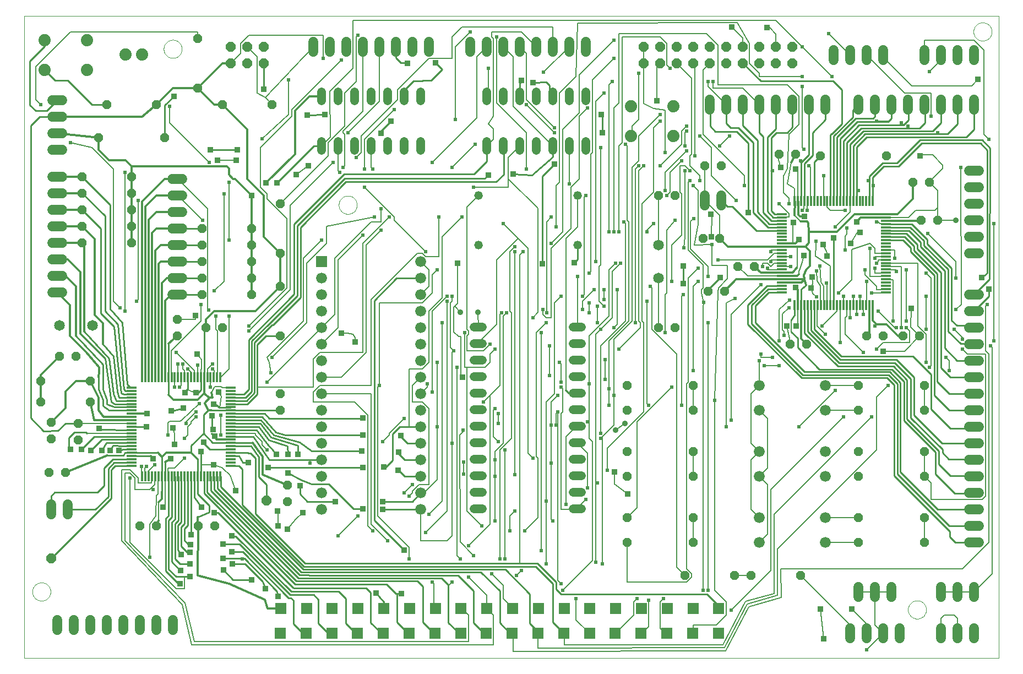
<source format=gtl>
G75*
%MOIN*%
%OFA0B0*%
%FSLAX24Y24*%
%IPPOS*%
%LPD*%
%AMOC8*
5,1,8,0,0,1.08239X$1,22.5*
%
%ADD10C,0.0000*%
%ADD11OC8,0.0600*%
%ADD12C,0.0520*%
%ADD13C,0.0740*%
%ADD14OC8,0.0520*%
%ADD15C,0.0650*%
%ADD16R,0.0118X0.0630*%
%ADD17R,0.0630X0.0118*%
%ADD18C,0.0600*%
%ADD19R,0.0660X0.0660*%
%ADD20C,0.0660*%
%ADD21R,0.0650X0.0650*%
%ADD22C,0.0520*%
%ADD23R,0.0591X0.0118*%
%ADD24R,0.0118X0.0591*%
%ADD25R,0.0591X0.0138*%
%ADD26C,0.0120*%
%ADD27C,0.0100*%
%ADD28R,0.0356X0.0356*%
%ADD29C,0.0080*%
%ADD30C,0.0060*%
%ADD31C,0.0240*%
%ADD32C,0.0356*%
%ADD33C,0.0070*%
D10*
X000180Y000180D02*
X000180Y039050D01*
X059172Y039050D01*
X059172Y000180D01*
X000180Y000180D01*
X000667Y004193D02*
X000669Y004240D01*
X000675Y004286D01*
X000685Y004332D01*
X000698Y004377D01*
X000716Y004420D01*
X000737Y004462D01*
X000761Y004502D01*
X000789Y004539D01*
X000820Y004574D01*
X000854Y004607D01*
X000890Y004636D01*
X000929Y004662D01*
X000970Y004685D01*
X001013Y004704D01*
X001057Y004720D01*
X001102Y004732D01*
X001148Y004740D01*
X001195Y004744D01*
X001241Y004744D01*
X001288Y004740D01*
X001334Y004732D01*
X001379Y004720D01*
X001423Y004704D01*
X001466Y004685D01*
X001507Y004662D01*
X001546Y004636D01*
X001582Y004607D01*
X001616Y004574D01*
X001647Y004539D01*
X001675Y004502D01*
X001699Y004462D01*
X001720Y004420D01*
X001738Y004377D01*
X001751Y004332D01*
X001761Y004286D01*
X001767Y004240D01*
X001769Y004193D01*
X001767Y004146D01*
X001761Y004100D01*
X001751Y004054D01*
X001738Y004009D01*
X001720Y003966D01*
X001699Y003924D01*
X001675Y003884D01*
X001647Y003847D01*
X001616Y003812D01*
X001582Y003779D01*
X001546Y003750D01*
X001507Y003724D01*
X001466Y003701D01*
X001423Y003682D01*
X001379Y003666D01*
X001334Y003654D01*
X001288Y003646D01*
X001241Y003642D01*
X001195Y003642D01*
X001148Y003646D01*
X001102Y003654D01*
X001057Y003666D01*
X001013Y003682D01*
X000970Y003701D01*
X000929Y003724D01*
X000890Y003750D01*
X000854Y003779D01*
X000820Y003812D01*
X000789Y003847D01*
X000761Y003884D01*
X000737Y003924D01*
X000716Y003966D01*
X000698Y004009D01*
X000685Y004054D01*
X000675Y004100D01*
X000669Y004146D01*
X000667Y004193D01*
X019217Y027605D02*
X019219Y027652D01*
X019225Y027698D01*
X019235Y027744D01*
X019248Y027789D01*
X019266Y027832D01*
X019287Y027874D01*
X019311Y027914D01*
X019339Y027951D01*
X019370Y027986D01*
X019404Y028019D01*
X019440Y028048D01*
X019479Y028074D01*
X019520Y028097D01*
X019563Y028116D01*
X019607Y028132D01*
X019652Y028144D01*
X019698Y028152D01*
X019745Y028156D01*
X019791Y028156D01*
X019838Y028152D01*
X019884Y028144D01*
X019929Y028132D01*
X019973Y028116D01*
X020016Y028097D01*
X020057Y028074D01*
X020096Y028048D01*
X020132Y028019D01*
X020166Y027986D01*
X020197Y027951D01*
X020225Y027914D01*
X020249Y027874D01*
X020270Y027832D01*
X020288Y027789D01*
X020301Y027744D01*
X020311Y027698D01*
X020317Y027652D01*
X020319Y027605D01*
X020317Y027558D01*
X020311Y027512D01*
X020301Y027466D01*
X020288Y027421D01*
X020270Y027378D01*
X020249Y027336D01*
X020225Y027296D01*
X020197Y027259D01*
X020166Y027224D01*
X020132Y027191D01*
X020096Y027162D01*
X020057Y027136D01*
X020016Y027113D01*
X019973Y027094D01*
X019929Y027078D01*
X019884Y027066D01*
X019838Y027058D01*
X019791Y027054D01*
X019745Y027054D01*
X019698Y027058D01*
X019652Y027066D01*
X019607Y027078D01*
X019563Y027094D01*
X019520Y027113D01*
X019479Y027136D01*
X019440Y027162D01*
X019404Y027191D01*
X019370Y027224D01*
X019339Y027259D01*
X019311Y027296D01*
X019287Y027336D01*
X019266Y027378D01*
X019248Y027421D01*
X019235Y027466D01*
X019225Y027512D01*
X019219Y027558D01*
X019217Y027605D01*
X008617Y037043D02*
X008619Y037090D01*
X008625Y037136D01*
X008635Y037182D01*
X008648Y037227D01*
X008666Y037270D01*
X008687Y037312D01*
X008711Y037352D01*
X008739Y037389D01*
X008770Y037424D01*
X008804Y037457D01*
X008840Y037486D01*
X008879Y037512D01*
X008920Y037535D01*
X008963Y037554D01*
X009007Y037570D01*
X009052Y037582D01*
X009098Y037590D01*
X009145Y037594D01*
X009191Y037594D01*
X009238Y037590D01*
X009284Y037582D01*
X009329Y037570D01*
X009373Y037554D01*
X009416Y037535D01*
X009457Y037512D01*
X009496Y037486D01*
X009532Y037457D01*
X009566Y037424D01*
X009597Y037389D01*
X009625Y037352D01*
X009649Y037312D01*
X009670Y037270D01*
X009688Y037227D01*
X009701Y037182D01*
X009711Y037136D01*
X009717Y037090D01*
X009719Y037043D01*
X009717Y036996D01*
X009711Y036950D01*
X009701Y036904D01*
X009688Y036859D01*
X009670Y036816D01*
X009649Y036774D01*
X009625Y036734D01*
X009597Y036697D01*
X009566Y036662D01*
X009532Y036629D01*
X009496Y036600D01*
X009457Y036574D01*
X009416Y036551D01*
X009373Y036532D01*
X009329Y036516D01*
X009284Y036504D01*
X009238Y036496D01*
X009191Y036492D01*
X009145Y036492D01*
X009098Y036496D01*
X009052Y036504D01*
X009007Y036516D01*
X008963Y036532D01*
X008920Y036551D01*
X008879Y036574D01*
X008840Y036600D01*
X008804Y036629D01*
X008770Y036662D01*
X008739Y036697D01*
X008711Y036734D01*
X008687Y036774D01*
X008666Y036816D01*
X008648Y036859D01*
X008635Y036904D01*
X008625Y036950D01*
X008619Y036996D01*
X008617Y037043D01*
X057642Y038093D02*
X057644Y038140D01*
X057650Y038186D01*
X057660Y038232D01*
X057673Y038277D01*
X057691Y038320D01*
X057712Y038362D01*
X057736Y038402D01*
X057764Y038439D01*
X057795Y038474D01*
X057829Y038507D01*
X057865Y038536D01*
X057904Y038562D01*
X057945Y038585D01*
X057988Y038604D01*
X058032Y038620D01*
X058077Y038632D01*
X058123Y038640D01*
X058170Y038644D01*
X058216Y038644D01*
X058263Y038640D01*
X058309Y038632D01*
X058354Y038620D01*
X058398Y038604D01*
X058441Y038585D01*
X058482Y038562D01*
X058521Y038536D01*
X058557Y038507D01*
X058591Y038474D01*
X058622Y038439D01*
X058650Y038402D01*
X058674Y038362D01*
X058695Y038320D01*
X058713Y038277D01*
X058726Y038232D01*
X058736Y038186D01*
X058742Y038140D01*
X058744Y038093D01*
X058742Y038046D01*
X058736Y038000D01*
X058726Y037954D01*
X058713Y037909D01*
X058695Y037866D01*
X058674Y037824D01*
X058650Y037784D01*
X058622Y037747D01*
X058591Y037712D01*
X058557Y037679D01*
X058521Y037650D01*
X058482Y037624D01*
X058441Y037601D01*
X058398Y037582D01*
X058354Y037566D01*
X058309Y037554D01*
X058263Y037546D01*
X058216Y037542D01*
X058170Y037542D01*
X058123Y037546D01*
X058077Y037554D01*
X058032Y037566D01*
X057988Y037582D01*
X057945Y037601D01*
X057904Y037624D01*
X057865Y037650D01*
X057829Y037679D01*
X057795Y037712D01*
X057764Y037747D01*
X057736Y037784D01*
X057712Y037824D01*
X057691Y037866D01*
X057673Y037909D01*
X057660Y037954D01*
X057650Y038000D01*
X057644Y038046D01*
X057642Y038093D01*
X053679Y003105D02*
X053681Y003152D01*
X053687Y003198D01*
X053697Y003244D01*
X053710Y003289D01*
X053728Y003332D01*
X053749Y003374D01*
X053773Y003414D01*
X053801Y003451D01*
X053832Y003486D01*
X053866Y003519D01*
X053902Y003548D01*
X053941Y003574D01*
X053982Y003597D01*
X054025Y003616D01*
X054069Y003632D01*
X054114Y003644D01*
X054160Y003652D01*
X054207Y003656D01*
X054253Y003656D01*
X054300Y003652D01*
X054346Y003644D01*
X054391Y003632D01*
X054435Y003616D01*
X054478Y003597D01*
X054519Y003574D01*
X054558Y003548D01*
X054594Y003519D01*
X054628Y003486D01*
X054659Y003451D01*
X054687Y003414D01*
X054711Y003374D01*
X054732Y003332D01*
X054750Y003289D01*
X054763Y003244D01*
X054773Y003198D01*
X054779Y003152D01*
X054781Y003105D01*
X054779Y003058D01*
X054773Y003012D01*
X054763Y002966D01*
X054750Y002921D01*
X054732Y002878D01*
X054711Y002836D01*
X054687Y002796D01*
X054659Y002759D01*
X054628Y002724D01*
X054594Y002691D01*
X054558Y002662D01*
X054519Y002636D01*
X054478Y002613D01*
X054435Y002594D01*
X054391Y002578D01*
X054346Y002566D01*
X054300Y002558D01*
X054253Y002554D01*
X054207Y002554D01*
X054160Y002558D01*
X054114Y002566D01*
X054069Y002578D01*
X054025Y002594D01*
X053982Y002613D01*
X053941Y002636D01*
X053902Y002662D01*
X053866Y002691D01*
X053832Y002724D01*
X053801Y002759D01*
X053773Y002796D01*
X053749Y002836D01*
X053728Y002878D01*
X053710Y002921D01*
X053697Y002966D01*
X053687Y003012D01*
X053681Y003058D01*
X053679Y003105D01*
D11*
X014843Y009705D03*
X001818Y006205D03*
X012680Y036180D03*
X013680Y036180D03*
X014680Y036180D03*
X014680Y037180D03*
X013680Y037180D03*
X012680Y037180D03*
X037680Y037180D03*
X038680Y037180D03*
X039680Y037180D03*
X040680Y037180D03*
X041680Y037180D03*
X042680Y037180D03*
X043680Y037180D03*
X044680Y037180D03*
X045680Y037180D03*
X046680Y037180D03*
X046680Y036180D03*
X045680Y036180D03*
X044680Y036180D03*
X043680Y036180D03*
X042680Y036180D03*
X041680Y036180D03*
X040680Y036180D03*
X039680Y036180D03*
X038680Y036180D03*
X037680Y036180D03*
D12*
X033680Y028180D03*
X033680Y025180D03*
X027680Y025180D03*
X027680Y028180D03*
D13*
X036900Y031790D03*
X039460Y031790D03*
X039460Y033570D03*
X036900Y033570D03*
X007318Y036693D03*
X006318Y036693D03*
X003960Y037570D03*
X001400Y037570D03*
X001400Y035790D03*
X003960Y035790D03*
D14*
X005180Y033680D03*
X004680Y031680D03*
X003680Y029305D03*
X003680Y028305D03*
X003680Y027305D03*
X003680Y026305D03*
X003680Y025305D03*
X006680Y025305D03*
X006680Y026305D03*
X006680Y027305D03*
X006680Y028305D03*
X006680Y029305D03*
X008680Y031680D03*
X008180Y033680D03*
X010680Y034680D03*
X012180Y033680D03*
X015180Y033680D03*
X010680Y037680D03*
X015680Y027680D03*
X013930Y026180D03*
X013930Y025180D03*
X013930Y024180D03*
X013930Y023180D03*
X013930Y022180D03*
X015680Y022680D03*
X015680Y024680D03*
X010930Y024180D03*
X010930Y025180D03*
X010930Y026180D03*
X010930Y023180D03*
X010930Y022180D03*
X009430Y020680D03*
X009430Y019680D03*
X011180Y020180D03*
X012180Y020180D03*
X015680Y019680D03*
X015680Y016180D03*
X015680Y015180D03*
X016118Y010655D03*
X016118Y009655D03*
X011718Y008180D03*
X010718Y008180D03*
X008180Y008180D03*
X007180Y008180D03*
X002680Y011418D03*
X001680Y011418D03*
X003443Y013380D03*
X001805Y013430D03*
X001805Y014430D03*
X003443Y014380D03*
X004180Y015680D03*
X004180Y016930D03*
X003305Y018430D03*
X002305Y018430D03*
X001180Y016930D03*
X001180Y015680D03*
X036680Y015180D03*
X036680Y016680D03*
X040680Y016680D03*
X040680Y015180D03*
X040680Y012680D03*
X040680Y011180D03*
X040680Y008680D03*
X040680Y007180D03*
X040180Y005180D03*
X043180Y005180D03*
X044180Y005180D03*
X047180Y005180D03*
X050680Y007180D03*
X050680Y008680D03*
X050680Y011180D03*
X050680Y012680D03*
X050680Y015180D03*
X050680Y016680D03*
X047530Y019168D03*
X046530Y019168D03*
X051180Y019680D03*
X052180Y019680D03*
X053380Y019680D03*
X054380Y019680D03*
X054680Y016680D03*
X054680Y015180D03*
X054680Y012680D03*
X054680Y011180D03*
X054680Y008680D03*
X054680Y007180D03*
X036680Y007180D03*
X036680Y008680D03*
X036680Y011180D03*
X036680Y012680D03*
X038580Y020180D03*
X039580Y020180D03*
X041580Y022380D03*
X042580Y022380D03*
X043380Y023880D03*
X044380Y023880D03*
X042280Y025580D03*
X041280Y025580D03*
X039580Y028180D03*
X038580Y028180D03*
X041380Y029980D03*
X042380Y029980D03*
X045880Y030680D03*
X046880Y030680D03*
X048380Y030580D03*
X052380Y030580D03*
X053980Y028980D03*
X054980Y028980D03*
X054480Y026680D03*
X055480Y026680D03*
D15*
X038580Y025180D03*
X038580Y023180D03*
X004305Y020305D03*
X002305Y020305D03*
D16*
X007318Y017172D03*
X007515Y017172D03*
X007711Y017172D03*
X007908Y017172D03*
X008105Y017172D03*
X008302Y017172D03*
X008499Y017172D03*
X008696Y017172D03*
X008893Y017172D03*
X009089Y017172D03*
X009286Y017172D03*
X009483Y017172D03*
X009680Y017172D03*
X009877Y017172D03*
X010074Y017172D03*
X010271Y017172D03*
X010467Y017172D03*
X010664Y017172D03*
X010861Y017172D03*
X011058Y017172D03*
X011255Y017172D03*
X011452Y017172D03*
X011649Y017172D03*
X011845Y017172D03*
X012042Y017172D03*
X012042Y011188D03*
X011845Y011188D03*
X011649Y011188D03*
X011452Y011188D03*
X011255Y011188D03*
X011058Y011188D03*
X010861Y011188D03*
X010664Y011188D03*
X010467Y011188D03*
X010271Y011188D03*
X010074Y011188D03*
X009877Y011188D03*
X009680Y011188D03*
X009483Y011188D03*
X009286Y011188D03*
X009089Y011188D03*
X008893Y011188D03*
X008696Y011188D03*
X008499Y011188D03*
X008302Y011188D03*
X008105Y011188D03*
X007908Y011188D03*
X007711Y011188D03*
X007515Y011188D03*
X007318Y011188D03*
D17*
X006688Y011818D03*
X006688Y012015D03*
X006688Y012211D03*
X006688Y012408D03*
X006688Y012605D03*
X006688Y012802D03*
X006688Y012999D03*
X006688Y013196D03*
X006688Y013393D03*
X006688Y013589D03*
X006688Y013786D03*
X006688Y013983D03*
X006688Y014180D03*
X006688Y014377D03*
X006688Y014574D03*
X006688Y014771D03*
X006688Y014967D03*
X006688Y015164D03*
X006688Y015361D03*
X006688Y015558D03*
X006688Y015755D03*
X006688Y015952D03*
X006688Y016149D03*
X006688Y016345D03*
X006688Y016542D03*
X012672Y016542D03*
X012672Y016345D03*
X012672Y016149D03*
X012672Y015952D03*
X012672Y015755D03*
X012672Y015558D03*
X012672Y015361D03*
X012672Y015164D03*
X012672Y014967D03*
X012672Y014771D03*
X012672Y014574D03*
X012672Y014377D03*
X012672Y014180D03*
X012672Y013983D03*
X012672Y013786D03*
X012672Y013589D03*
X012672Y013393D03*
X012672Y013196D03*
X012672Y012999D03*
X012672Y012802D03*
X012672Y012605D03*
X012672Y012408D03*
X012672Y012211D03*
X012672Y012015D03*
X012672Y011818D03*
D18*
X002805Y009480D02*
X002805Y008880D01*
X001805Y008880D02*
X001805Y009480D01*
X002180Y002480D02*
X002180Y001880D01*
X003180Y001880D02*
X003180Y002480D01*
X004180Y002480D02*
X004180Y001880D01*
X005180Y001880D02*
X005180Y002480D01*
X006180Y002480D02*
X006180Y001880D01*
X007180Y001880D02*
X007180Y002480D01*
X008180Y002480D02*
X008180Y001880D01*
X009180Y001880D02*
X009180Y002480D01*
X009130Y022180D02*
X009730Y022180D01*
X009730Y023180D02*
X009130Y023180D01*
X009130Y024180D02*
X009730Y024180D01*
X009730Y025180D02*
X009130Y025180D01*
X009130Y026180D02*
X009730Y026180D01*
X009730Y027180D02*
X009130Y027180D01*
X009130Y028180D02*
X009730Y028180D01*
X009730Y029180D02*
X009130Y029180D01*
X002480Y029305D02*
X001880Y029305D01*
X001880Y028305D02*
X002480Y028305D01*
X002480Y027305D02*
X001880Y027305D01*
X001880Y026305D02*
X002480Y026305D01*
X002480Y025305D02*
X001880Y025305D01*
X001880Y024305D02*
X002480Y024305D01*
X002480Y023305D02*
X001880Y023305D01*
X001880Y022305D02*
X002480Y022305D01*
X002480Y030930D02*
X001880Y030930D01*
X001880Y031930D02*
X002480Y031930D01*
X002480Y032930D02*
X001880Y032930D01*
X001880Y033930D02*
X002480Y033930D01*
X017680Y036880D02*
X017680Y037480D01*
X018680Y037480D02*
X018680Y036880D01*
X019680Y036880D02*
X019680Y037480D01*
X020680Y037480D02*
X020680Y036880D01*
X021680Y036880D02*
X021680Y037480D01*
X022680Y037480D02*
X022680Y036880D01*
X023680Y036880D02*
X023680Y037480D01*
X024680Y037480D02*
X024680Y036880D01*
X027180Y036880D02*
X027180Y037480D01*
X028180Y037480D02*
X028180Y036880D01*
X029180Y036880D02*
X029180Y037480D01*
X030180Y037480D02*
X030180Y036880D01*
X031180Y036880D02*
X031180Y037480D01*
X032180Y037480D02*
X032180Y036880D01*
X033180Y036880D02*
X033180Y037480D01*
X034180Y037480D02*
X034180Y036880D01*
X041680Y033980D02*
X041680Y033380D01*
X042680Y033380D02*
X042680Y033980D01*
X043680Y033980D02*
X043680Y033380D01*
X044680Y033380D02*
X044680Y033980D01*
X045680Y033980D02*
X045680Y033380D01*
X046680Y033380D02*
X046680Y033980D01*
X047680Y033980D02*
X047680Y033380D01*
X048680Y033380D02*
X048680Y033980D01*
X050680Y033980D02*
X050680Y033380D01*
X051680Y033380D02*
X051680Y033980D01*
X052680Y033980D02*
X052680Y033380D01*
X053680Y033380D02*
X053680Y033980D01*
X054680Y033980D02*
X054680Y033380D01*
X055680Y033380D02*
X055680Y033980D01*
X056680Y033980D02*
X056680Y033380D01*
X057680Y033380D02*
X057680Y033980D01*
X057680Y036380D02*
X057680Y036980D01*
X056680Y036980D02*
X056680Y036380D01*
X055680Y036380D02*
X055680Y036980D01*
X054680Y036980D02*
X054680Y036380D01*
X052180Y036380D02*
X052180Y036980D01*
X051180Y036980D02*
X051180Y036380D01*
X050180Y036380D02*
X050180Y036980D01*
X049180Y036980D02*
X049180Y036380D01*
X057380Y029680D02*
X057980Y029680D01*
X057980Y028680D02*
X057380Y028680D01*
X057380Y027680D02*
X057980Y027680D01*
X057980Y026680D02*
X057380Y026680D01*
X057380Y025680D02*
X057980Y025680D01*
X057980Y024680D02*
X057380Y024680D01*
X057380Y022180D02*
X057980Y022180D01*
X057980Y021180D02*
X057380Y021180D01*
X057380Y020180D02*
X057980Y020180D01*
X057980Y019180D02*
X057380Y019180D01*
X057380Y018180D02*
X057980Y018180D01*
X057980Y017180D02*
X057380Y017180D01*
X057380Y016180D02*
X057980Y016180D01*
X057980Y015180D02*
X057380Y015180D01*
X057380Y014180D02*
X057980Y014180D01*
X057980Y013180D02*
X057380Y013180D01*
X057380Y012180D02*
X057980Y012180D01*
X057980Y011180D02*
X057380Y011180D01*
X057380Y010180D02*
X057980Y010180D01*
X057980Y009180D02*
X057380Y009180D01*
X057380Y008180D02*
X057980Y008180D01*
X057980Y007180D02*
X057380Y007180D01*
X057680Y004480D02*
X057680Y003880D01*
X056680Y003880D02*
X056680Y004480D01*
X055680Y004480D02*
X055680Y003880D01*
X055680Y001980D02*
X055680Y001380D01*
X056680Y001380D02*
X056680Y001980D01*
X057680Y001980D02*
X057680Y001380D01*
X053180Y001380D02*
X053180Y001980D01*
X052180Y001980D02*
X052180Y001380D01*
X051180Y001380D02*
X051180Y001980D01*
X050180Y001980D02*
X050180Y001380D01*
X050680Y003880D02*
X050680Y004480D01*
X051680Y004480D02*
X051680Y003880D01*
X052680Y003880D02*
X052680Y004480D01*
X042380Y027580D02*
X042380Y028180D01*
X041380Y028180D02*
X041380Y027580D01*
D19*
X018180Y024180D03*
D20*
X018180Y023180D03*
X018180Y022180D03*
X018180Y021180D03*
X018180Y020180D03*
X018180Y019180D03*
X018180Y018180D03*
X018180Y017180D03*
X018180Y016180D03*
X018180Y015180D03*
X018180Y014180D03*
X018180Y013180D03*
X018180Y012180D03*
X018180Y011180D03*
X018180Y010180D03*
X018180Y009180D03*
X024180Y009180D03*
X024180Y010180D03*
X024180Y011180D03*
X024180Y012180D03*
X024180Y013180D03*
X024180Y014180D03*
X024180Y015180D03*
X024180Y016180D03*
X024180Y017180D03*
X024180Y018180D03*
X024180Y019180D03*
X024180Y020180D03*
X024180Y021180D03*
X024180Y022180D03*
X024180Y023180D03*
X024180Y024180D03*
X044680Y016680D03*
X044680Y015180D03*
X044680Y012680D03*
X044680Y011180D03*
X044680Y008680D03*
X044680Y007180D03*
X048680Y007180D03*
X048680Y008680D03*
X048680Y011180D03*
X048680Y012680D03*
X048680Y015180D03*
X048680Y016680D03*
D21*
X042220Y003190D03*
X040660Y003190D03*
X039100Y003190D03*
X037540Y003190D03*
X035980Y003190D03*
X034420Y003190D03*
X032860Y003190D03*
X031300Y003190D03*
X029740Y003190D03*
X028180Y003190D03*
X026620Y003190D03*
X025060Y003190D03*
X023500Y003190D03*
X021940Y003190D03*
X020380Y003190D03*
X018820Y003190D03*
X017260Y003190D03*
X015700Y003190D03*
X015670Y001670D03*
X017230Y001670D03*
X018790Y001670D03*
X020350Y001670D03*
X021910Y001670D03*
X023470Y001670D03*
X025030Y001670D03*
X026590Y001670D03*
X028150Y001670D03*
X029710Y001670D03*
X031270Y001670D03*
X032830Y001670D03*
X034390Y001670D03*
X035950Y001670D03*
X037510Y001670D03*
X039070Y001670D03*
X040630Y001670D03*
X042190Y001670D03*
D22*
X033915Y009218D02*
X033395Y009218D01*
X033395Y010218D02*
X033915Y010218D01*
X033915Y011218D02*
X033395Y011218D01*
X033395Y012218D02*
X033915Y012218D01*
X033915Y013218D02*
X033395Y013218D01*
X033395Y014218D02*
X033915Y014218D01*
X033915Y015218D02*
X033395Y015218D01*
X033395Y016218D02*
X033915Y016218D01*
X033915Y017218D02*
X033395Y017218D01*
X033395Y018218D02*
X033915Y018218D01*
X033915Y019218D02*
X033395Y019218D01*
X033395Y020218D02*
X033915Y020218D01*
X027915Y020218D02*
X027395Y020218D01*
X027395Y019218D02*
X027915Y019218D01*
X027915Y018218D02*
X027395Y018218D01*
X027395Y017218D02*
X027915Y017218D01*
X027915Y016218D02*
X027395Y016218D01*
X027395Y015218D02*
X027915Y015218D01*
X027915Y014218D02*
X027395Y014218D01*
X027395Y013218D02*
X027915Y013218D01*
X027915Y012218D02*
X027395Y012218D01*
X027395Y011218D02*
X027915Y011218D01*
X027915Y010218D02*
X027395Y010218D01*
X027395Y009218D02*
X027915Y009218D01*
X028180Y030920D02*
X028180Y031440D01*
X029180Y031440D02*
X029180Y030920D01*
X030180Y030920D02*
X030180Y031440D01*
X031180Y031440D02*
X031180Y030920D01*
X032180Y030920D02*
X032180Y031440D01*
X033180Y031440D02*
X033180Y030920D01*
X034180Y030920D02*
X034180Y031440D01*
X034180Y033920D02*
X034180Y034440D01*
X033180Y034440D02*
X033180Y033920D01*
X032180Y033920D02*
X032180Y034440D01*
X031180Y034440D02*
X031180Y033920D01*
X030180Y033920D02*
X030180Y034440D01*
X029180Y034440D02*
X029180Y033920D01*
X028180Y033920D02*
X028180Y034440D01*
X024180Y034440D02*
X024180Y033920D01*
X023180Y033920D02*
X023180Y034440D01*
X022180Y034440D02*
X022180Y033920D01*
X021180Y033920D02*
X021180Y034440D01*
X020180Y034440D02*
X020180Y033920D01*
X019180Y033920D02*
X019180Y034440D01*
X018180Y034440D02*
X018180Y033920D01*
X018180Y031440D02*
X018180Y030920D01*
X019180Y030920D02*
X019180Y031440D01*
X020180Y031440D02*
X020180Y030920D01*
X021180Y030920D02*
X021180Y031440D01*
X022180Y031440D02*
X022180Y030920D01*
X023180Y030920D02*
X023180Y031440D01*
X024180Y031440D02*
X024180Y030920D01*
D23*
X046030Y027042D03*
X046030Y026845D03*
X046030Y026649D03*
X046030Y026452D03*
X046030Y026255D03*
X046030Y026058D03*
X046030Y025861D03*
X046030Y025664D03*
X046030Y025467D03*
X046030Y025271D03*
X046030Y025074D03*
X046030Y024877D03*
X046030Y024680D03*
X046030Y024483D03*
X046030Y024286D03*
X046030Y024089D03*
X046030Y023893D03*
X046030Y023696D03*
X046030Y023499D03*
X046030Y023302D03*
X046030Y023105D03*
X046030Y022908D03*
X046030Y022711D03*
X046030Y022515D03*
X046030Y022318D03*
X052330Y022318D03*
X052330Y022515D03*
X052330Y022711D03*
X052330Y022908D03*
X052330Y023105D03*
X052330Y023302D03*
X052330Y023499D03*
X052330Y023696D03*
X052330Y023893D03*
X052330Y024089D03*
X052330Y024483D03*
X052330Y024680D03*
X052330Y024877D03*
X052330Y025074D03*
X052330Y025271D03*
X052330Y025467D03*
X052330Y025664D03*
X052330Y025861D03*
X052330Y026058D03*
X052330Y026452D03*
X052330Y026649D03*
X052330Y026845D03*
X052330Y027042D03*
D24*
X051542Y027830D03*
X051345Y027830D03*
X051149Y027830D03*
X050952Y027830D03*
X050755Y027830D03*
X050558Y027830D03*
X050361Y027830D03*
X050164Y027830D03*
X049967Y027830D03*
X049771Y027830D03*
X049574Y027830D03*
X049377Y027830D03*
X049180Y027830D03*
X048983Y027830D03*
X048786Y027830D03*
X048589Y027830D03*
X048393Y027830D03*
X048196Y027830D03*
X047999Y027830D03*
X047802Y027830D03*
X047605Y027830D03*
X047408Y027830D03*
X047211Y027830D03*
X047015Y027830D03*
X046818Y027830D03*
X046818Y021530D03*
X047015Y021530D03*
X047211Y021530D03*
X047408Y021530D03*
X047605Y021530D03*
X047802Y021530D03*
X047999Y021530D03*
X048196Y021530D03*
X048393Y021530D03*
X048589Y021530D03*
X048786Y021530D03*
X048983Y021530D03*
X049180Y021530D03*
X049377Y021530D03*
X049574Y021530D03*
X049771Y021530D03*
X049967Y021530D03*
X050164Y021530D03*
X050361Y021530D03*
X050558Y021530D03*
X050755Y021530D03*
X050952Y021530D03*
X051149Y021530D03*
X051345Y021530D03*
X051542Y021530D03*
D25*
X052330Y024286D03*
X052330Y026255D03*
D26*
X052330Y026649D02*
X054211Y026649D01*
X054480Y026680D01*
X053980Y027980D02*
X053042Y027042D01*
X052330Y027042D01*
X052317Y027055D01*
X050430Y027055D01*
X049355Y025980D01*
X047680Y025980D01*
X047680Y025305D01*
X047455Y025080D01*
X047730Y024805D01*
X047730Y023905D01*
X047505Y023680D01*
X047368Y023343D01*
X047405Y023105D01*
X047233Y022908D01*
X046030Y022908D01*
X046030Y023105D02*
X046455Y023105D01*
X047405Y023105D01*
X047505Y022755D01*
X047005Y022480D02*
X046880Y022605D01*
X047005Y022480D02*
X047005Y021540D01*
X047015Y021530D01*
X047211Y021530D02*
X047211Y019511D01*
X047530Y019168D01*
X051180Y019680D02*
X051345Y019845D01*
X051345Y021530D01*
X051542Y021530D02*
X051542Y020618D01*
X051780Y020380D01*
X052380Y020380D01*
X053080Y019680D01*
X053380Y019680D01*
X047080Y023405D02*
X046980Y023305D01*
X046033Y023305D01*
X046030Y023302D01*
X046030Y023105D02*
X043255Y023105D01*
X042580Y022380D01*
X044380Y023880D02*
X044761Y023499D01*
X046030Y023499D01*
X046036Y023505D01*
X046705Y023505D01*
X046930Y023805D01*
X046980Y025080D02*
X046037Y025080D01*
X046030Y025074D01*
X042786Y025074D01*
X042280Y025580D01*
X046030Y025271D02*
X046040Y025280D01*
X046855Y025280D01*
X047080Y025505D01*
X046980Y025080D02*
X047455Y025080D01*
X047680Y025980D02*
X047643Y026505D01*
X047555Y026593D01*
X047180Y026593D01*
X047130Y026905D02*
X047405Y026905D01*
X047130Y026905D02*
X047030Y027005D01*
X047030Y027814D01*
X047015Y027830D01*
X046830Y027817D02*
X046818Y026968D01*
X046830Y027817D02*
X046818Y027830D01*
X046605Y030180D02*
X046880Y030680D01*
X050805Y026830D02*
X050555Y026580D01*
X050805Y026830D02*
X052314Y026830D01*
X052330Y026845D01*
X053980Y027980D02*
X053980Y028980D01*
X033655Y016218D02*
X033143Y016218D01*
X032980Y016380D01*
X016118Y010655D02*
X014593Y011268D01*
X014605Y012368D01*
X014318Y012768D01*
X014014Y013196D01*
X012672Y013393D02*
X012672Y013393D01*
X011793Y013393D01*
X011693Y013605D01*
X011543Y013755D01*
X010280Y012605D02*
X010664Y012221D01*
X010280Y012605D02*
X008780Y012605D01*
X008505Y012330D01*
X008505Y012355D01*
X008255Y012605D01*
X007980Y012255D02*
X007830Y012405D01*
X008705Y012055D02*
X009030Y012255D01*
X008705Y011197D02*
X008696Y011188D01*
X008505Y011194D02*
X008499Y011188D01*
X008499Y010236D02*
X008499Y009811D01*
X008305Y009618D01*
X008305Y008518D02*
X008180Y008180D01*
X010718Y008180D02*
X010668Y008693D01*
X010664Y008708D01*
X010718Y008180D02*
X010680Y005180D01*
X012555Y004680D01*
X014730Y003718D01*
X014918Y003180D01*
X015680Y003180D01*
X015690Y003190D01*
X015700Y003190D01*
X010861Y011188D02*
X010855Y011194D01*
X006980Y012605D02*
X006980Y012605D01*
X006688Y012605D01*
X006688Y012408D02*
X006691Y012405D01*
X005217Y012430D02*
X002680Y011418D01*
X003443Y014380D02*
X003668Y014380D01*
X004411Y014574D02*
X006688Y014574D01*
X006688Y014771D02*
X004964Y014771D01*
X004680Y015180D01*
X004680Y015930D01*
X004180Y016930D01*
X003305Y016930D01*
X002680Y016305D01*
X002680Y015305D01*
X001805Y014430D01*
X001180Y015680D02*
X001180Y016930D01*
X001180Y017305D01*
X002305Y018430D01*
X002930Y019680D02*
X003930Y018680D01*
X004493Y018005D01*
X004693Y017780D01*
X004693Y017505D01*
X004680Y017180D01*
X004180Y015680D02*
X004411Y014574D01*
X006688Y014967D02*
X006688Y014968D01*
X007618Y014968D01*
X008905Y016105D02*
X009205Y015805D01*
X010655Y015805D01*
X011058Y016208D01*
X011055Y016180D02*
X011380Y015955D01*
X011405Y015955D01*
X011105Y015605D01*
X011305Y015180D01*
X011496Y015164D01*
X011630Y015555D02*
X011855Y015455D01*
X011568Y015955D02*
X011405Y015955D01*
X011568Y015955D02*
X011505Y016243D01*
X011055Y016180D02*
X011055Y017169D01*
X011058Y017172D01*
X008905Y017160D02*
X008893Y017172D01*
X008696Y017172D02*
X008696Y021821D01*
X009055Y022180D01*
X009430Y022180D01*
X009430Y023180D02*
X008805Y023180D01*
X008499Y022874D01*
X008499Y017172D01*
X008302Y017172D02*
X008302Y024052D01*
X008430Y024180D01*
X009430Y024180D01*
X009430Y025180D02*
X008430Y025180D01*
X008105Y024855D01*
X008105Y017172D01*
X007908Y017172D02*
X007908Y025908D01*
X008180Y026180D01*
X009430Y026180D01*
X009430Y027180D02*
X008180Y027180D01*
X007711Y026711D01*
X007711Y017172D01*
X007515Y017172D02*
X007515Y027515D01*
X008180Y028180D01*
X009430Y028180D01*
X009430Y029180D02*
X008680Y029180D01*
X007318Y027818D01*
X007318Y017172D01*
X008893Y019217D02*
X009430Y019680D01*
X011058Y020058D02*
X011180Y020180D01*
X011180Y020680D01*
X011680Y021180D01*
X014180Y021180D01*
X015680Y022680D01*
X015680Y024680D01*
X014680Y025680D01*
X014680Y028180D01*
X013680Y029180D01*
X013680Y032180D01*
X012180Y033680D01*
X011680Y033680D01*
X010680Y034680D01*
X012180Y036180D01*
X012680Y036180D01*
X010680Y034680D02*
X009180Y034680D01*
X008180Y033680D01*
X007305Y032930D01*
X002205Y032930D01*
X002180Y032930D01*
X002180Y031930D02*
X004680Y031680D01*
X004680Y030930D01*
X005305Y030305D01*
X006305Y030305D01*
X006680Y029930D01*
X012430Y029930D01*
X012555Y029805D01*
X012555Y029430D01*
X012805Y029180D01*
X012930Y029180D01*
X013930Y028180D01*
X013930Y026180D01*
X013930Y025180D01*
X013930Y024180D01*
X013930Y023180D01*
X013930Y022180D01*
X006680Y025305D02*
X006680Y026305D01*
X006680Y027305D01*
X006680Y028305D01*
X006680Y029305D01*
X006680Y029930D01*
X003680Y029305D02*
X002180Y029305D01*
X002180Y028305D02*
X003680Y028305D01*
X003680Y027305D02*
X002180Y027305D01*
X002180Y026305D02*
X003680Y026305D01*
X004430Y025555D01*
X004430Y020930D01*
X004930Y020430D01*
X004930Y019180D01*
X003805Y019930D02*
X003805Y025180D01*
X003680Y025305D01*
X002180Y025305D01*
X002180Y024305D02*
X002805Y024305D01*
X003555Y023555D01*
X003555Y019805D01*
X003305Y019680D02*
X003305Y022680D01*
X002680Y023305D01*
X002180Y023305D01*
X002180Y022305D02*
X002930Y021555D01*
X002930Y019680D01*
X012666Y015355D02*
X012672Y015361D01*
X015664Y015164D02*
X015680Y015180D01*
X014805Y028930D02*
X016555Y030680D01*
X016555Y033305D01*
X017430Y034180D01*
X018180Y034180D01*
D27*
X018368Y033068D02*
X017318Y033043D01*
X017705Y031180D02*
X018180Y031180D01*
X017705Y031180D02*
X015468Y028943D01*
X013068Y030943D02*
X011780Y030955D01*
X011443Y030943D01*
X008680Y031680D02*
X008680Y033630D01*
X009230Y034180D01*
X005180Y033680D02*
X004280Y033680D01*
X002818Y035143D01*
X002048Y035143D01*
X001400Y035790D01*
X000505Y036305D02*
X000505Y033643D01*
X000855Y033293D01*
X001543Y033293D01*
X002180Y033930D01*
X002205Y032930D02*
X001805Y032943D01*
X001118Y032955D01*
X000555Y032393D01*
X000555Y014693D01*
X001330Y013918D01*
X002193Y013930D01*
X002655Y014368D01*
X003668Y014380D01*
X003918Y013855D02*
X003205Y013855D01*
X002855Y013505D01*
X002855Y012918D01*
X002955Y012818D01*
X003630Y012805D02*
X004414Y013589D01*
X006688Y013589D01*
X006688Y013393D02*
X004855Y013393D01*
X004218Y012755D01*
X004855Y012730D02*
X005146Y013196D01*
X006688Y013196D01*
X006688Y012999D02*
X006286Y012999D01*
X006180Y013018D01*
X005530Y013030D01*
X005380Y012730D01*
X005217Y012430D02*
X006168Y012430D01*
X006280Y012605D01*
X006688Y012605D01*
X006688Y012802D02*
X006177Y012802D01*
X005918Y012730D01*
X005549Y012211D02*
X005018Y011680D01*
X005018Y010618D01*
X004593Y010193D01*
X002018Y010193D01*
X001805Y009980D01*
X001805Y009180D01*
X002805Y009180D02*
X004480Y009180D01*
X005255Y009955D01*
X005255Y011655D01*
X005615Y012015D01*
X006688Y012015D01*
X006688Y012211D02*
X005549Y012211D01*
X005655Y011805D02*
X006230Y011818D01*
X006688Y011818D01*
X006691Y012405D02*
X007830Y012405D01*
X008255Y012605D02*
X006980Y012605D01*
X006688Y013983D02*
X004752Y014021D01*
X004693Y014080D01*
X003986Y013786D02*
X003918Y013855D01*
X004930Y015430D02*
X005321Y015164D01*
X006688Y015164D01*
X006688Y015361D02*
X005624Y015361D01*
X005180Y015555D01*
X005180Y015805D01*
X004930Y016430D01*
X004930Y017930D01*
X003305Y019680D01*
X003555Y019805D02*
X005055Y018305D01*
X005430Y015680D01*
X005677Y015558D01*
X006688Y015558D01*
X006688Y015755D02*
X005730Y015755D01*
X005555Y016180D01*
X005305Y018305D01*
X003805Y019930D01*
X004930Y019180D02*
X005555Y018430D01*
X005805Y016305D01*
X005908Y015952D01*
X006688Y015952D01*
X006688Y016149D02*
X006211Y016149D01*
X006030Y016218D01*
X005805Y018230D01*
X005618Y020255D01*
X004805Y021055D01*
X004805Y026180D01*
X003680Y027305D01*
X003680Y028305D02*
X005055Y026930D01*
X005055Y021180D01*
X005830Y020380D01*
X006193Y016443D01*
X006290Y016345D01*
X006688Y016345D01*
X006688Y016542D02*
X006605Y016542D01*
X006405Y016743D01*
X006093Y020480D01*
X005368Y021318D01*
X005368Y027618D01*
X003680Y029305D01*
X009430Y026180D02*
X010930Y026180D01*
X010930Y025180D02*
X009430Y025180D01*
X009430Y024180D02*
X010930Y024180D01*
X010930Y023180D02*
X009430Y023180D01*
X009430Y022180D02*
X010930Y022180D01*
X011058Y020058D02*
X011058Y017172D01*
X011058Y016208D01*
X010855Y016405D02*
X010705Y016255D01*
X010555Y016255D01*
X010855Y016405D02*
X010855Y017166D01*
X010861Y017172D01*
X010080Y017166D02*
X010080Y016468D01*
X009930Y016330D01*
X009918Y016230D01*
X010080Y017166D02*
X010074Y017172D01*
X008905Y017160D02*
X008905Y016105D01*
X009155Y015155D02*
X009818Y015318D01*
X009155Y015155D02*
X009080Y015130D01*
X007555Y014180D02*
X006688Y014180D01*
X004930Y015430D02*
X004930Y015805D01*
X004680Y016430D01*
X004680Y017180D01*
X008893Y017172D02*
X008893Y019217D01*
X012672Y016149D02*
X013474Y016149D01*
X013755Y016430D01*
X013755Y019443D01*
X016505Y022193D01*
X016505Y026455D01*
X019530Y029480D01*
X027418Y029480D01*
X028180Y030243D01*
X028180Y031180D01*
X029180Y031180D02*
X029193Y031168D01*
X029193Y029455D01*
X028730Y028993D01*
X019630Y028993D01*
X016893Y026255D01*
X016893Y021993D01*
X015230Y020330D01*
X015168Y020330D01*
X014118Y019280D01*
X014118Y016243D01*
X013630Y015755D01*
X012672Y015755D01*
X012672Y015952D02*
X013564Y015952D01*
X013930Y016318D01*
X013930Y019368D01*
X014980Y020380D01*
X016693Y022093D01*
X016693Y026343D01*
X019555Y029205D01*
X028043Y029205D01*
X028255Y029418D01*
X029755Y029480D02*
X030905Y029418D01*
X032180Y030505D01*
X032180Y031180D01*
X032268Y030080D02*
X031543Y029343D01*
X031543Y024055D01*
X033480Y024093D02*
X033680Y024293D01*
X033680Y025180D01*
X040055Y023893D02*
X040068Y022855D01*
X041580Y022480D02*
X041580Y022380D01*
X041580Y022480D02*
X042318Y023218D01*
X043955Y021543D02*
X043955Y020380D01*
X047230Y017130D01*
X052393Y017130D01*
X052830Y016693D01*
X052830Y011218D01*
X056205Y007843D01*
X056205Y007505D01*
X056543Y007168D01*
X057668Y007168D01*
X057680Y007180D01*
X057680Y008180D02*
X056155Y008180D01*
X053030Y011305D01*
X053030Y016768D01*
X052493Y017305D01*
X047318Y017305D01*
X044205Y020418D01*
X044205Y021530D01*
X045190Y022515D01*
X046030Y022515D01*
X046030Y022711D02*
X045124Y022711D01*
X043955Y021543D01*
X044430Y021493D02*
X044430Y020480D01*
X047418Y017493D01*
X052580Y017493D01*
X053218Y016855D01*
X053218Y011430D01*
X055468Y009180D01*
X057680Y009180D01*
X057655Y010155D02*
X056493Y010155D01*
X055330Y011318D01*
X055330Y012643D01*
X053430Y014543D01*
X053430Y016918D01*
X052693Y017655D01*
X048305Y017655D01*
X047018Y018968D01*
X047018Y019555D01*
X046618Y019892D01*
X047408Y019852D02*
X049430Y017830D01*
X052793Y017830D01*
X053618Y017005D01*
X053618Y014630D01*
X055543Y012705D01*
X055543Y011893D01*
X056243Y011193D01*
X057668Y011193D01*
X057680Y011180D01*
X057680Y012180D02*
X057643Y012218D01*
X056130Y012218D01*
X055755Y012593D01*
X055755Y012805D01*
X053843Y014718D01*
X053843Y017068D01*
X052868Y018043D01*
X049518Y018043D01*
X047605Y019955D01*
X047605Y021530D01*
X047408Y021530D02*
X047408Y019852D01*
X047802Y020008D02*
X049580Y018230D01*
X052968Y018230D01*
X054030Y017168D01*
X054030Y014880D01*
X055730Y013180D01*
X057680Y013180D01*
X057568Y014068D02*
X057680Y014180D01*
X057568Y014068D02*
X056230Y014068D01*
X055068Y015230D01*
X055068Y017330D01*
X053968Y018430D01*
X049643Y018430D01*
X047999Y020074D01*
X047999Y021530D01*
X047802Y021530D02*
X047802Y020008D01*
X046618Y020655D02*
X046818Y020955D01*
X046818Y021530D01*
X047211Y021530D02*
X047211Y022511D01*
X047505Y022755D01*
X046030Y022318D02*
X045580Y022318D01*
X045493Y022318D01*
X045243Y022318D01*
X044430Y021493D01*
X049180Y021530D02*
X049180Y025580D01*
X049155Y025605D01*
X049180Y027830D02*
X049180Y031768D01*
X050330Y032918D01*
X050330Y033330D01*
X050680Y033680D01*
X050505Y032843D02*
X051555Y032843D01*
X051680Y032968D01*
X051680Y033680D01*
X052680Y033680D02*
X052680Y032843D01*
X052499Y032661D01*
X052468Y032630D01*
X050605Y032630D01*
X049574Y031599D01*
X049574Y027830D01*
X049771Y027830D02*
X049771Y031483D01*
X050718Y032430D01*
X053380Y032430D01*
X053405Y032455D01*
X053705Y032755D01*
X053705Y033655D01*
X053680Y033680D01*
X054680Y033680D02*
X054693Y033668D01*
X054693Y032568D01*
X054380Y032255D01*
X053680Y032255D01*
X050843Y032255D01*
X049967Y031380D01*
X049967Y027830D01*
X050164Y027830D02*
X050164Y031277D01*
X050968Y032080D01*
X055180Y032080D01*
X055680Y032580D01*
X055680Y033680D01*
X056680Y033680D02*
X056680Y032518D01*
X056055Y031893D01*
X055480Y031893D01*
X051080Y031893D01*
X050361Y031174D01*
X050361Y027830D01*
X050558Y027830D02*
X050558Y028480D01*
X050558Y031095D01*
X051180Y031718D01*
X057218Y031718D01*
X057668Y032168D01*
X057668Y033668D01*
X057680Y033680D01*
X058155Y031555D02*
X058630Y031043D01*
X058618Y023118D01*
X057680Y022180D01*
X058568Y022068D02*
X058568Y022518D01*
X058568Y022068D02*
X057680Y021180D01*
X057568Y020293D02*
X056630Y020293D01*
X056305Y020618D01*
X056305Y023780D01*
X054843Y025243D01*
X054843Y025505D01*
X053896Y026452D01*
X052330Y026452D01*
X052330Y026255D02*
X053805Y026255D01*
X054630Y025430D01*
X054630Y025155D01*
X056093Y023693D01*
X056093Y019955D01*
X056855Y019193D01*
X057668Y019193D01*
X057680Y019180D01*
X057680Y018180D02*
X056643Y018180D01*
X055893Y018930D01*
X055893Y023605D01*
X054430Y025068D01*
X054430Y025355D01*
X053727Y026058D01*
X052330Y026058D01*
X052330Y025861D02*
X053574Y025861D01*
X054230Y025205D01*
X054230Y024943D01*
X055655Y023518D01*
X055655Y017755D01*
X056243Y017168D01*
X057668Y017168D01*
X057680Y017180D01*
X057680Y016180D02*
X056180Y016180D01*
X055443Y016918D01*
X055443Y023443D01*
X054030Y024855D01*
X054030Y025093D01*
X053458Y025664D01*
X052330Y025664D01*
X052330Y025467D02*
X053380Y025467D01*
X053843Y025005D01*
X053843Y024768D01*
X055255Y023355D01*
X055255Y016080D01*
X056168Y015168D01*
X057668Y015168D01*
X057680Y015180D01*
X057680Y020180D02*
X057568Y020293D01*
X058143Y023193D02*
X058455Y023480D01*
X058455Y030918D01*
X058080Y031343D01*
X054505Y031343D01*
X053118Y029955D01*
X052218Y029955D01*
X051542Y029280D01*
X051542Y028780D01*
X051542Y027830D01*
X051345Y027830D02*
X051345Y029080D01*
X051345Y029358D01*
X052130Y030143D01*
X053005Y030143D01*
X054418Y031543D01*
X058155Y031555D01*
X050505Y032843D02*
X049377Y031714D01*
X049377Y027830D01*
X048983Y027830D02*
X048983Y031846D01*
X049043Y031905D01*
X049068Y031905D01*
X049680Y032518D01*
X049680Y034568D01*
X049143Y035105D01*
X044755Y035105D01*
X043680Y036180D01*
X043680Y033680D02*
X043668Y033668D01*
X043668Y032393D01*
X044555Y031505D01*
X044555Y027180D01*
X045283Y026452D01*
X046030Y026452D01*
X046030Y026649D02*
X045399Y026649D01*
X044905Y027143D01*
X044905Y031743D01*
X044680Y031968D01*
X044680Y033680D01*
X045680Y033680D02*
X045680Y032218D01*
X045168Y031705D01*
X045168Y027193D01*
X045515Y026845D01*
X046030Y026845D01*
X046030Y027042D02*
X045593Y027042D01*
X045393Y027243D01*
X045393Y029680D01*
X045393Y031668D01*
X045705Y031980D01*
X046368Y031980D01*
X046680Y032293D01*
X046680Y033680D01*
X047680Y033680D02*
X047680Y030630D01*
X047211Y030161D01*
X047211Y027830D01*
X047408Y027830D02*
X047408Y030108D01*
X047893Y030593D01*
X047893Y031980D01*
X048680Y032768D01*
X048680Y033680D01*
X044318Y031380D02*
X043418Y032280D01*
X042943Y032280D01*
X042680Y032543D01*
X042680Y033680D01*
X041693Y033668D02*
X041680Y033680D01*
X041693Y033668D02*
X041693Y032380D01*
X042018Y032055D01*
X043318Y032055D01*
X044005Y031355D01*
X044018Y027143D01*
X044318Y027143D02*
X044318Y031380D01*
X047999Y030199D02*
X048380Y030580D01*
X047999Y030199D02*
X047999Y027830D01*
X046030Y026255D02*
X045205Y026255D01*
X044318Y027143D01*
X044490Y026058D02*
X043030Y027518D01*
X042743Y027518D01*
X042380Y027880D01*
X044490Y026058D02*
X046030Y026058D01*
X035155Y031968D02*
X035155Y033005D01*
X035093Y033068D01*
X032180Y034180D02*
X031980Y034380D01*
X031980Y034843D01*
X031768Y035055D01*
X030980Y035018D01*
X030255Y035130D02*
X030180Y034943D01*
X030180Y034180D01*
X025468Y035793D02*
X024805Y035130D01*
X024293Y035130D01*
X024280Y035118D01*
X023743Y035118D01*
X023180Y034555D01*
X023180Y034180D01*
X022380Y032680D02*
X021768Y032068D01*
X021768Y031930D01*
X025468Y035793D02*
X025068Y036193D01*
X025068Y036205D01*
X023380Y036180D02*
X023368Y036193D01*
X022980Y036193D01*
X022680Y036493D01*
X022680Y037180D01*
X014680Y036180D02*
X014680Y034655D01*
X014668Y034593D01*
X001400Y037200D02*
X000505Y036305D01*
X001400Y037200D02*
X001400Y037570D01*
X021355Y021818D02*
X022718Y023180D01*
X024180Y023180D01*
X021355Y021818D02*
X021355Y008505D01*
X023155Y006705D01*
X023968Y004830D02*
X024305Y004493D01*
X024305Y002330D01*
X024965Y001670D01*
X025030Y001670D01*
X025843Y002318D02*
X026490Y001670D01*
X026590Y001670D01*
X025843Y002318D02*
X025843Y004605D01*
X025430Y005018D01*
X016755Y005018D01*
X011455Y010318D01*
X011455Y011185D01*
X011452Y011188D01*
X011649Y011188D02*
X011655Y011181D01*
X011655Y010380D01*
X016843Y005193D01*
X017393Y005193D01*
X017405Y005180D01*
X026443Y005180D01*
X027380Y004243D01*
X027380Y002305D01*
X028015Y001670D01*
X028150Y001670D01*
X028955Y002293D02*
X029578Y001670D01*
X029710Y001670D01*
X030780Y002268D02*
X031270Y001778D01*
X031270Y001670D01*
X030780Y002268D02*
X030780Y004043D01*
X029293Y005530D01*
X017055Y005530D01*
X012055Y010530D01*
X012055Y011175D01*
X012042Y011188D01*
X011855Y011178D02*
X011855Y010443D01*
X016930Y005368D01*
X027818Y005368D01*
X028955Y004230D01*
X028955Y002293D01*
X032168Y002330D02*
X032168Y004680D01*
X031130Y005718D01*
X017105Y005718D01*
X013368Y009455D01*
X013368Y011618D01*
X013168Y011818D01*
X012672Y011818D01*
X012672Y011818D01*
X012675Y012405D02*
X013155Y012405D01*
X013405Y011993D01*
X013730Y011993D01*
X014168Y012280D02*
X014155Y008918D01*
X017180Y005893D01*
X030180Y005893D01*
X031243Y005893D01*
X032355Y004780D01*
X032355Y004355D01*
X032668Y004043D01*
X041518Y004043D01*
X042220Y003340D01*
X042220Y003190D01*
X032830Y001670D02*
X032828Y001670D01*
X032168Y002330D01*
X023968Y004830D02*
X016630Y004830D01*
X011243Y010218D01*
X011243Y011176D01*
X011255Y011188D01*
X011058Y011188D02*
X011055Y011185D01*
X011055Y010143D01*
X016555Y004643D01*
X022118Y004643D01*
X022680Y004080D01*
X023005Y004080D01*
X022730Y004030D02*
X022730Y002330D01*
X023390Y001670D01*
X023470Y001670D01*
X021910Y001670D02*
X021790Y001670D01*
X021143Y002318D01*
X021143Y004130D01*
X020868Y004405D01*
X016480Y004405D01*
X016455Y004430D01*
X016430Y004430D01*
X011893Y008968D01*
X011680Y008968D01*
X011380Y009018D02*
X011380Y009405D01*
X010664Y010121D01*
X010664Y011188D01*
X010664Y012221D01*
X010855Y011880D02*
X010855Y012680D01*
X011043Y013180D02*
X011043Y013230D01*
X011043Y013180D02*
X011418Y012805D01*
X012669Y012805D01*
X012672Y012802D01*
X012679Y012993D02*
X013893Y012993D01*
X014368Y012355D01*
X014368Y011143D01*
X014843Y010680D01*
X014843Y009705D01*
X016855Y010118D02*
X017318Y009655D01*
X019018Y009655D01*
X018605Y010705D02*
X020118Y009193D01*
X020668Y009193D01*
X021880Y009180D02*
X024180Y009180D01*
X023655Y009655D02*
X024180Y010180D01*
X023655Y009655D02*
X021880Y009655D01*
X023193Y011180D02*
X024180Y011180D01*
X023193Y011180D02*
X022830Y011543D01*
X022793Y011543D01*
X022468Y012143D02*
X022055Y011730D01*
X021930Y011730D01*
X022468Y012143D02*
X022468Y013730D01*
X022918Y014180D01*
X023480Y014180D01*
X024180Y014180D01*
X023368Y013180D02*
X022980Y013568D01*
X022980Y013630D01*
X023368Y013180D02*
X024180Y013180D01*
X023193Y012180D02*
X022843Y012530D01*
X022843Y012655D01*
X023193Y012180D02*
X024180Y012180D01*
X020655Y011693D02*
X014930Y011693D01*
X014993Y012180D02*
X017480Y012180D01*
X018180Y012180D01*
X017568Y012693D02*
X020568Y012705D01*
X020618Y012718D01*
X020555Y013668D02*
X020680Y013680D01*
X020555Y013668D02*
X017318Y013680D01*
X015980Y013680D01*
X015405Y013843D01*
X014577Y014771D01*
X012672Y014771D01*
X012672Y014967D02*
X014730Y014967D01*
X015018Y014680D01*
X020643Y014680D01*
X020655Y014693D01*
X017568Y012693D02*
X016843Y013230D01*
X015268Y013680D01*
X014511Y014574D01*
X012672Y014574D01*
X012672Y014377D02*
X014458Y014364D01*
X015118Y013530D01*
X016730Y013043D01*
X016730Y012518D01*
X016130Y012505D02*
X016118Y013018D01*
X014968Y013368D01*
X014380Y014168D01*
X012672Y014180D01*
X012672Y013983D02*
X014227Y013983D01*
X014905Y013105D01*
X015230Y012743D01*
X015430Y012493D01*
X014993Y012180D02*
X014046Y013589D01*
X012672Y013589D01*
X012663Y013205D02*
X011555Y013205D01*
X011030Y013780D01*
X010280Y013030D01*
X010280Y012605D01*
X010855Y011880D02*
X010855Y011194D01*
X010468Y011188D02*
X010468Y009918D01*
X010880Y009355D01*
X010918Y009293D01*
X011361Y009405D02*
X011380Y009405D01*
X011380Y009018D02*
X010664Y008708D01*
X009880Y008318D02*
X009668Y008105D01*
X009668Y006955D01*
X010043Y006580D01*
X010218Y006580D01*
X010230Y007055D02*
X010093Y007055D01*
X009855Y007293D01*
X009855Y007993D01*
X010080Y008218D01*
X010080Y011182D01*
X010074Y011188D01*
X010268Y011185D02*
X010268Y007655D01*
X009880Y008318D02*
X009880Y011185D01*
X009877Y011188D01*
X009680Y011188D02*
X009680Y008393D01*
X009480Y008193D01*
X009480Y006730D01*
X009618Y006518D01*
X009655Y006443D01*
X009293Y006168D02*
X009593Y005868D01*
X010193Y005868D01*
X009643Y005480D02*
X009618Y005480D01*
X009105Y005993D01*
X009105Y008393D01*
X009293Y008580D01*
X009293Y011182D01*
X009286Y011188D01*
X009093Y011185D02*
X009093Y008693D01*
X008918Y008518D01*
X008918Y005543D01*
X009368Y005093D01*
X009880Y005093D01*
X010193Y005093D01*
X009605Y004680D02*
X009518Y004680D01*
X008743Y005455D01*
X008743Y008630D01*
X008893Y008780D01*
X008893Y011188D01*
X008893Y011188D01*
X008705Y011197D02*
X008705Y012055D01*
X008505Y012330D02*
X008505Y011194D01*
X008499Y011188D02*
X008499Y010236D01*
X009093Y011185D02*
X009089Y011188D01*
X009483Y011188D02*
X009493Y011179D01*
X009493Y008505D01*
X009293Y008305D01*
X009293Y006168D01*
X012218Y006193D02*
X013380Y006193D01*
X013493Y006193D01*
X015468Y004218D01*
X015530Y003918D01*
X016180Y003805D02*
X016318Y003805D01*
X016455Y003668D01*
X016455Y002255D01*
X017040Y001670D01*
X017230Y001670D01*
X017980Y002268D02*
X018578Y001670D01*
X018790Y001670D01*
X017980Y002268D02*
X017980Y003718D01*
X017693Y004005D01*
X016255Y004005D01*
X013193Y007068D01*
X012193Y007068D01*
X012743Y006593D02*
X013393Y006593D01*
X016180Y003805D01*
X016330Y004193D02*
X017168Y004193D01*
X017180Y004205D01*
X019205Y004205D01*
X019643Y003768D01*
X019643Y002268D01*
X020240Y001670D01*
X020350Y001670D01*
X021940Y003190D02*
X021940Y003583D01*
X021480Y004093D01*
X022680Y004080D02*
X022730Y004030D01*
X016330Y004193D02*
X012968Y007555D01*
X012755Y007555D01*
X012743Y007568D01*
X012768Y005868D02*
X013543Y005868D01*
X014618Y004805D01*
X014768Y004380D01*
X013943Y004905D02*
X012818Y004905D01*
X012230Y005493D01*
X016855Y010118D02*
X016855Y010593D01*
X016980Y010955D02*
X017568Y010705D01*
X018605Y010705D01*
X016980Y010955D02*
X016130Y011380D01*
X014168Y012280D02*
X013880Y012580D01*
X013730Y012580D01*
X013718Y012593D01*
X012685Y012593D01*
X012672Y012605D01*
X012672Y012408D02*
X012675Y012405D01*
X012679Y012993D02*
X012672Y012999D01*
X012672Y013196D02*
X012663Y013205D01*
X012672Y013196D02*
X014014Y013196D01*
X011618Y013993D02*
X011543Y014068D01*
X011543Y014855D01*
X011496Y015164D02*
X012672Y015164D01*
X015664Y015164D01*
X014280Y016155D02*
X014280Y016580D01*
X014280Y019155D01*
X014805Y019680D01*
X015680Y019680D01*
X014280Y016155D02*
X013683Y015558D01*
X012672Y015558D01*
X012666Y015355D02*
X012018Y015355D01*
X011968Y015355D01*
X011955Y015355D01*
X011868Y015443D01*
X011855Y015455D01*
X011305Y015180D02*
X011030Y014905D01*
X011030Y013780D01*
X010467Y011188D02*
X010468Y011188D01*
X010271Y011188D02*
X010268Y011185D01*
X011845Y011188D02*
X011855Y011178D01*
X005655Y011805D02*
X005455Y011618D01*
X005443Y011543D01*
X005443Y009855D01*
X001818Y006205D01*
X057655Y010155D02*
X057680Y010180D01*
D28*
X048380Y003155D03*
X050280Y003143D03*
X048555Y001330D03*
X036693Y010093D03*
X035893Y011455D03*
X026693Y017180D03*
X022980Y013630D03*
X022843Y012655D03*
X022793Y011543D03*
X021930Y011730D03*
X020655Y011693D03*
X020618Y012718D03*
X020680Y013680D03*
X020655Y014693D03*
X016730Y012518D03*
X016130Y012505D03*
X015430Y012493D03*
X014930Y011693D03*
X013730Y011993D03*
X012955Y010318D03*
X010918Y009293D03*
X011680Y008968D03*
X012743Y007568D03*
X012193Y007068D03*
X012743Y006593D03*
X012218Y006193D03*
X012768Y005868D03*
X012230Y005493D03*
X013943Y004905D03*
X014768Y004380D03*
X015530Y003918D03*
X010193Y005093D03*
X009643Y005480D03*
X010193Y005868D03*
X010218Y006580D03*
X010230Y007055D03*
X009655Y006443D03*
X010268Y007655D03*
X008580Y009318D03*
X011643Y011880D03*
X010855Y012680D03*
X011043Y013230D03*
X011693Y013605D03*
X011618Y013993D03*
X011543Y014855D03*
X011630Y015555D03*
X011930Y016280D03*
X010555Y016255D03*
X009918Y016230D03*
X009818Y015318D03*
X009080Y015130D03*
X009180Y014093D03*
X009255Y013093D03*
X009030Y012255D03*
X007980Y012255D03*
X005918Y012730D03*
X005380Y012730D03*
X004855Y012730D03*
X004218Y012755D03*
X003630Y012805D03*
X002955Y012818D03*
X004693Y014080D03*
X007555Y014180D03*
X007618Y014968D03*
X010630Y018580D03*
X010543Y020893D03*
X019355Y019855D03*
X020218Y019318D03*
X026418Y024068D03*
X031543Y024055D03*
X033480Y024093D03*
X040055Y023893D03*
X040068Y022855D03*
X042318Y023218D03*
X041780Y025680D03*
X041730Y027043D03*
X044018Y027143D03*
X046730Y026543D03*
X047405Y026905D03*
X049155Y025605D03*
X048543Y025193D03*
X048755Y024505D03*
X050218Y025280D03*
X050780Y025930D03*
X050555Y026580D03*
X047080Y025505D03*
X047355Y024555D03*
X047855Y023243D03*
X047805Y022580D03*
X046880Y022605D03*
X046893Y020268D03*
X046343Y020280D03*
X052155Y018755D03*
X053855Y021343D03*
X058143Y023193D03*
X058568Y022518D03*
X054418Y030568D03*
X057918Y035193D03*
X046880Y029768D03*
X045968Y029868D03*
X038468Y033918D03*
X035093Y033068D03*
X035155Y031968D03*
X032268Y030080D03*
X029755Y029480D03*
X028255Y029418D03*
X022380Y032680D03*
X021768Y031930D03*
X018368Y033068D03*
X017318Y033043D03*
X014668Y034593D03*
X013068Y030943D03*
X013018Y030318D03*
X011880Y030305D03*
X011443Y030943D03*
X014805Y028930D03*
X015468Y028943D03*
X016643Y029455D03*
X017355Y029980D03*
X013930Y028180D03*
X009230Y034180D03*
X023380Y036180D03*
X025068Y036205D03*
X030255Y035130D03*
X030980Y035018D03*
X042993Y038368D03*
X045130Y038355D03*
X016130Y011380D03*
X016855Y010593D03*
X015505Y009080D03*
X017030Y008980D03*
X016093Y007980D03*
X015530Y008168D03*
X019018Y009655D03*
X020668Y009193D03*
X021880Y009180D03*
X021880Y009655D03*
X023155Y006705D03*
X023005Y004080D03*
X021480Y004093D03*
X009605Y004680D03*
D29*
X015530Y008168D02*
X015530Y009055D01*
X015505Y009080D01*
X016593Y008568D02*
X017030Y008980D01*
X016593Y008568D02*
X016093Y007980D01*
X012955Y010318D02*
X012630Y011230D01*
X012205Y011655D01*
X012205Y011668D01*
X011643Y011880D01*
X010855Y011880D01*
X009255Y013093D02*
X009255Y013743D01*
X009180Y014093D01*
X006688Y014377D02*
X004627Y014377D01*
X004624Y014380D01*
X003668Y014380D01*
X003986Y013786D02*
X006688Y013786D01*
X009918Y016230D02*
X010105Y016418D01*
X010305Y016305D01*
X010455Y016268D01*
X010555Y016255D01*
X011505Y016243D02*
X011718Y016618D01*
X012068Y016618D01*
X012168Y016542D01*
X012672Y016542D01*
X012093Y016018D02*
X011930Y016280D01*
X012093Y016018D02*
X012018Y015355D01*
X011968Y015355D02*
X011880Y015443D01*
X011868Y015443D01*
X011755Y015555D01*
X011630Y015555D01*
X008696Y011188D02*
X008696Y009421D01*
X008580Y009318D01*
X020218Y019318D02*
X020218Y019568D01*
X020080Y019780D01*
X019743Y019855D01*
X019355Y019855D01*
X026180Y019918D02*
X026468Y019630D01*
X026618Y019630D01*
X026618Y017305D01*
X026693Y017180D01*
X026180Y019918D02*
X026180Y021418D01*
X026246Y021484D01*
X026393Y021630D01*
X026393Y023868D01*
X026418Y024068D01*
X017355Y029980D02*
X016643Y029455D01*
X013018Y030318D02*
X011880Y030305D01*
X010543Y020893D02*
X010543Y020680D01*
X009430Y020680D01*
X035893Y011455D02*
X035893Y010718D01*
X036693Y010093D01*
X048380Y003155D02*
X048555Y001330D01*
X050280Y003143D02*
X051180Y002243D01*
X051180Y001680D01*
X055680Y001680D02*
X055680Y002555D01*
X055655Y002580D01*
X055680Y002580D01*
X055868Y002768D01*
X056455Y002768D01*
X056655Y002568D01*
X056655Y001705D01*
X056680Y001680D01*
X053455Y018755D02*
X052155Y018755D01*
X053455Y018755D02*
X054380Y019680D01*
X053843Y020218D01*
X053855Y021343D01*
X048755Y024505D02*
X048805Y024630D01*
X048543Y025193D01*
X047355Y024555D02*
X047255Y024155D01*
X047093Y023655D01*
X047080Y023643D01*
X047080Y023405D01*
X047855Y023243D02*
X047918Y022843D01*
X047805Y022580D01*
X047918Y022255D01*
X048143Y022055D01*
X047015Y021530D02*
X047015Y020327D01*
X046893Y020268D01*
X046343Y020280D02*
X046580Y019218D01*
X046530Y019168D01*
X046030Y023302D02*
X043958Y023302D01*
X043380Y023880D01*
X041780Y025680D02*
X041793Y026980D01*
X041730Y027043D01*
X045968Y029868D02*
X045768Y030568D01*
X045880Y030680D01*
X046605Y030180D02*
X046368Y028880D01*
X046818Y028617D01*
X046818Y027830D01*
X047015Y027830D02*
X047015Y029783D01*
X046880Y029768D01*
X046818Y026968D02*
X046943Y026830D01*
X047180Y026593D01*
X046730Y026543D02*
X046693Y026505D01*
X046693Y025305D01*
X046718Y025280D01*
X046855Y025280D01*
X050218Y025280D02*
X050605Y025930D01*
X050780Y025930D01*
X052330Y026845D02*
X053708Y026845D01*
X054130Y027268D01*
X055305Y027268D01*
X055480Y027443D01*
X054980Y028980D02*
X054980Y029018D01*
X055780Y029818D01*
X055780Y030005D01*
X055155Y030630D01*
X054480Y030630D01*
X054418Y030568D01*
X053918Y034818D02*
X057543Y034818D01*
X057918Y035193D01*
X053918Y034818D02*
X052180Y036555D01*
X052180Y036680D01*
X045680Y037180D02*
X045680Y037955D01*
X045293Y038343D01*
X045130Y038355D01*
X043680Y037718D02*
X042993Y038368D01*
X043680Y037718D02*
X043680Y037180D01*
X038680Y036180D02*
X038468Y035968D01*
X038468Y033918D01*
D30*
X038255Y033430D02*
X037680Y033743D01*
X037680Y036180D01*
X037680Y037180D01*
X038680Y037780D02*
X039080Y037380D01*
X039080Y036080D01*
X039280Y035880D01*
X039680Y036180D02*
X040580Y035280D01*
X040580Y030680D01*
X040480Y030580D01*
X040480Y029980D01*
X041080Y029380D01*
X041080Y029080D01*
X040680Y028780D02*
X040955Y028468D01*
X040968Y026443D01*
X040743Y025168D01*
X041818Y025218D01*
X041818Y023943D01*
X042643Y023943D01*
X042643Y023955D01*
X042730Y023955D01*
X042730Y023130D01*
X042205Y022580D01*
X042168Y022355D01*
X041980Y015780D01*
X041980Y004280D01*
X042680Y003580D01*
X042680Y002780D01*
X042080Y002180D01*
X040680Y002180D01*
X040680Y001680D01*
X040630Y001670D01*
X039070Y001670D02*
X038980Y001680D01*
X038680Y001980D01*
X038680Y003580D01*
X038880Y003780D01*
X037980Y003680D02*
X037980Y002080D01*
X037580Y001680D01*
X037510Y001670D01*
X037080Y002780D02*
X037080Y003580D01*
X037280Y003780D01*
X037080Y002780D02*
X035980Y001680D01*
X035950Y001670D01*
X034390Y001670D02*
X033580Y002480D01*
X033580Y003780D01*
X032780Y004280D02*
X034580Y006080D01*
X034580Y013280D01*
X034380Y013480D01*
X034380Y014480D01*
X034280Y014480D01*
X034380Y014480D02*
X034380Y016780D01*
X034380Y019680D01*
X035580Y020880D01*
X035580Y023680D01*
X035980Y024080D01*
X036280Y024080D02*
X035780Y023580D01*
X035780Y020780D01*
X035080Y020080D01*
X034780Y019780D01*
X034780Y010780D01*
X034880Y010780D01*
X034780Y010780D02*
X034780Y005980D01*
X035180Y005880D02*
X035180Y013580D01*
X035880Y014280D01*
X035880Y016080D01*
X035880Y019480D01*
X036980Y020580D01*
X036980Y029880D01*
X037380Y030280D01*
X037380Y031780D01*
X038680Y033080D01*
X038980Y033330D02*
X038980Y030780D01*
X038680Y029980D02*
X039980Y031280D01*
X039980Y032080D01*
X040280Y032380D01*
X040280Y032080D02*
X040180Y031980D01*
X040180Y031180D01*
X040280Y030880D02*
X038980Y029580D01*
X038980Y028480D01*
X039080Y028180D02*
X039280Y028380D01*
X039280Y029580D01*
X039980Y030280D01*
X039880Y029980D02*
X039880Y028380D01*
X039980Y028280D01*
X039980Y025780D01*
X039380Y025180D01*
X039380Y022980D01*
X040380Y023180D02*
X040380Y016880D01*
X040280Y016780D01*
X040280Y005580D01*
X040580Y005280D01*
X040580Y005080D01*
X040280Y004780D01*
X036680Y004780D01*
X036680Y007180D01*
X036680Y008680D02*
X037280Y009280D01*
X037280Y014480D01*
X039380Y016580D01*
X040680Y016680D02*
X040680Y015180D01*
X039980Y015480D02*
X039968Y022068D01*
X040068Y022168D01*
X040680Y022680D02*
X040680Y017580D01*
X039680Y018580D02*
X039680Y005680D01*
X040180Y005180D01*
X041280Y004280D02*
X041280Y021380D01*
X041293Y021693D01*
X041180Y022280D01*
X041180Y022480D01*
X041280Y022580D01*
X041280Y023980D01*
X040380Y024880D01*
X040380Y028980D01*
X040480Y029080D01*
X040480Y029680D02*
X040180Y029980D01*
X039880Y029980D01*
X040180Y029680D02*
X040180Y025680D01*
X040093Y025005D01*
X040518Y024930D02*
X041580Y023880D01*
X041580Y023280D01*
X040980Y022980D02*
X040680Y022680D01*
X040380Y023180D02*
X040980Y023780D01*
X042180Y024280D02*
X045180Y024280D01*
X045580Y024680D01*
X046030Y024680D01*
X046030Y024483D02*
X046080Y024480D01*
X046580Y024480D01*
X046030Y024286D02*
X045980Y024280D01*
X045380Y024280D01*
X045380Y024180D01*
X045180Y024080D02*
X044880Y024080D01*
X044880Y023880D01*
X045180Y023780D02*
X045180Y023680D01*
X045980Y023680D01*
X046030Y023696D01*
X046080Y023880D02*
X046030Y023893D01*
X046080Y023880D02*
X046580Y023880D01*
X046930Y023805D02*
X046980Y023780D01*
X046980Y025080D01*
X048093Y025180D02*
X048080Y024518D01*
X048968Y023905D01*
X048980Y021580D01*
X048983Y021530D01*
X048786Y021530D02*
X048780Y021580D01*
X048780Y022780D01*
X048730Y022880D01*
X048580Y022680D02*
X048418Y022955D01*
X048330Y023905D01*
X048130Y023618D02*
X048168Y023005D01*
X048380Y022693D01*
X048380Y021580D01*
X048393Y021530D01*
X048580Y021580D02*
X048589Y021530D01*
X048580Y021580D02*
X048580Y022680D01*
X049480Y022280D02*
X050280Y023080D01*
X050280Y024905D01*
X051380Y025280D01*
X051680Y024980D01*
X051680Y024680D01*
X052330Y024680D01*
X052330Y024483D02*
X052280Y024480D01*
X051680Y024480D01*
X051680Y024380D01*
X051880Y024280D02*
X051880Y024180D01*
X051780Y024080D01*
X051880Y024280D02*
X052280Y024280D01*
X052330Y024286D01*
X052330Y024089D02*
X052380Y024080D01*
X054280Y024080D01*
X054280Y020280D01*
X054780Y019780D01*
X054780Y018080D01*
X054980Y017780D02*
X055080Y017880D01*
X055080Y023180D01*
X054780Y023480D01*
X053580Y023680D02*
X053580Y020580D01*
X053580Y020180D02*
X053780Y019980D01*
X053780Y019280D01*
X052180Y019280D01*
X051780Y018880D01*
X050980Y018680D02*
X049880Y019780D01*
X049880Y020780D01*
X049980Y020880D01*
X049980Y021480D01*
X049967Y021530D01*
X049780Y021580D02*
X049771Y021530D01*
X049780Y021580D02*
X049780Y022080D01*
X050380Y022080D02*
X050380Y021580D01*
X050361Y021530D01*
X050180Y021480D02*
X050164Y021530D01*
X050180Y021480D02*
X050180Y020780D01*
X050580Y020980D02*
X050580Y021480D01*
X050558Y021530D01*
X050755Y021530D02*
X050780Y021580D01*
X050780Y022080D01*
X051480Y022280D02*
X052280Y022280D01*
X052330Y022318D01*
X052280Y022480D02*
X051780Y022480D01*
X051780Y022680D01*
X051080Y023380D01*
X051080Y023680D01*
X051380Y023280D02*
X051380Y024980D01*
X052330Y024877D02*
X052380Y024880D01*
X052880Y024880D01*
X052880Y024380D01*
X053280Y023880D02*
X052380Y023880D01*
X052330Y023893D01*
X052330Y023696D02*
X052380Y023680D01*
X052980Y023680D01*
X052980Y023580D01*
X053280Y023880D02*
X053280Y020180D01*
X052980Y020180D02*
X052880Y020180D01*
X051880Y021180D01*
X051180Y021580D02*
X051149Y021530D01*
X051180Y021580D02*
X051180Y022980D01*
X051380Y023280D02*
X052280Y023280D01*
X052330Y023302D01*
X052280Y023480D02*
X052330Y023499D01*
X052280Y023480D02*
X051680Y023480D01*
X051680Y023780D01*
X052330Y023105D02*
X052380Y023080D01*
X052780Y023080D01*
X052780Y020580D01*
X051780Y020380D02*
X051680Y020280D01*
X050980Y020980D02*
X050980Y021480D01*
X050952Y021530D01*
X049580Y021480D02*
X049574Y021530D01*
X049580Y021480D02*
X049580Y019280D01*
X048680Y019780D02*
X048180Y020280D01*
X048180Y021480D01*
X048196Y021530D01*
X049377Y021530D02*
X049380Y021480D01*
X049380Y021180D01*
X048480Y020280D01*
X046480Y021380D02*
X046068Y021005D01*
X046068Y020043D01*
X046155Y019955D01*
X046155Y019705D01*
X045880Y019380D02*
X045880Y021280D01*
X046518Y021843D01*
X044780Y022780D02*
X042980Y020980D01*
X042980Y014580D01*
X042680Y014180D02*
X042680Y021680D01*
X043218Y021930D01*
X041580Y020480D02*
X041580Y004280D01*
X043180Y005180D02*
X044180Y005180D01*
X045380Y005480D02*
X042980Y003080D01*
X043930Y003430D02*
X045780Y003980D01*
X045780Y006780D01*
X051780Y012780D01*
X051780Y015980D01*
X052480Y016680D01*
X050680Y016680D02*
X048680Y016680D01*
X049280Y016380D02*
X047080Y014180D01*
X048680Y015180D02*
X050680Y015180D01*
X051480Y014780D02*
X045580Y008880D01*
X045580Y004080D01*
X043830Y003593D01*
X042480Y000980D01*
X032880Y000980D01*
X032880Y001580D01*
X032830Y001670D01*
X031280Y001580D02*
X031280Y000780D01*
X042580Y000793D01*
X043930Y003430D01*
X044043Y003268D02*
X045993Y003855D01*
X045980Y005580D01*
X056980Y005580D01*
X058580Y007180D01*
X058580Y018580D01*
X058380Y018780D01*
X058380Y021480D01*
X058480Y021580D01*
X056890Y021590D02*
X056870Y029860D01*
X055480Y028480D02*
X055480Y027443D01*
X055480Y026680D01*
X056570Y026680D01*
X054880Y025880D02*
X056580Y024180D01*
X056580Y023180D01*
X054780Y022080D02*
X054780Y020080D01*
X056480Y020080D02*
X056980Y019580D01*
X056980Y019480D01*
X056980Y018880D02*
X057280Y018580D01*
X058380Y018580D01*
X058380Y009980D01*
X058180Y009780D01*
X055080Y009780D01*
X055080Y010780D01*
X054680Y011180D01*
X054680Y012680D01*
X054680Y015180D02*
X054680Y016680D01*
X056180Y017580D02*
X056180Y018180D01*
X055980Y018380D01*
X058680Y019080D02*
X058780Y018980D01*
X058780Y005280D01*
X057680Y004180D01*
X056680Y004180D01*
X055680Y004180D01*
X052680Y004180D02*
X051680Y004180D01*
X051680Y002180D01*
X052180Y001680D01*
X051180Y000680D01*
X050180Y001680D02*
X050180Y002180D01*
X047180Y005180D01*
X045380Y005480D02*
X045380Y010380D01*
X049780Y014780D01*
X045180Y014680D02*
X044680Y015180D01*
X045180Y014680D02*
X045180Y011680D01*
X044680Y011180D01*
X045180Y010680D01*
X045180Y007680D01*
X044680Y007180D01*
X044680Y008680D02*
X044180Y009180D01*
X044180Y012180D01*
X044680Y012680D01*
X044180Y013180D01*
X044180Y016180D01*
X044680Y016680D01*
X044680Y018180D01*
X044780Y018380D02*
X044780Y018580D01*
X044780Y018380D02*
X045480Y018380D01*
X045880Y017880D02*
X044980Y017880D01*
X039680Y018580D02*
X038180Y020080D01*
X038180Y022580D01*
X038080Y022680D01*
X038580Y023180D02*
X038580Y020180D01*
X038980Y019880D02*
X038980Y022180D01*
X039080Y022280D01*
X039080Y026080D01*
X039568Y026668D01*
X040505Y026593D02*
X040518Y024930D01*
X042280Y025580D02*
X042280Y026980D01*
X041380Y027880D01*
X041380Y029980D01*
X040780Y030580D02*
X040780Y036080D01*
X040680Y036180D01*
X041280Y035780D02*
X041280Y031880D01*
X043780Y029380D01*
X043780Y028780D01*
X043280Y027880D02*
X041780Y029380D01*
X041780Y031080D01*
X041080Y031780D01*
X042280Y031180D02*
X042880Y031780D01*
X042680Y033680D02*
X041580Y034780D01*
X041580Y035080D01*
X041880Y035080D02*
X041880Y034680D01*
X043680Y034680D01*
X044680Y033680D01*
X046380Y034880D02*
X042180Y034880D01*
X042180Y037280D01*
X041480Y037980D01*
X036180Y037980D01*
X036180Y033780D01*
X035880Y033480D01*
X035880Y025980D01*
X036180Y025980D02*
X036180Y031180D01*
X036380Y031380D01*
X036380Y037780D01*
X038680Y037780D01*
X037380Y035580D02*
X037380Y032780D01*
X036980Y032380D01*
X036980Y031880D01*
X036900Y031790D01*
X036580Y031280D02*
X036680Y031180D01*
X036680Y026680D01*
X036780Y026580D01*
X036780Y020580D01*
X035580Y019380D01*
X035580Y016480D01*
X035580Y015480D01*
X036550Y014360D02*
X035970Y013990D01*
X035180Y013580D02*
X035080Y013480D01*
X035080Y013780D02*
X035080Y019080D01*
X036580Y020580D01*
X036580Y026480D01*
X036480Y026580D01*
X035580Y025980D02*
X035580Y034880D01*
X035780Y035080D01*
X035280Y034380D02*
X034780Y033880D01*
X034780Y024180D01*
X035080Y023980D02*
X034980Y023880D01*
X034980Y021780D01*
X035280Y021480D01*
X035280Y021880D02*
X035280Y022480D01*
X034680Y022480D02*
X033980Y021780D01*
X033980Y021280D01*
X034380Y021080D02*
X034380Y021680D01*
X034880Y021480D02*
X034880Y020480D01*
X035880Y020180D02*
X036080Y020380D01*
X036080Y022480D01*
X034480Y023580D02*
X034480Y030680D01*
X034580Y030780D01*
X034580Y035180D01*
X035880Y036480D01*
X035880Y037580D02*
X033780Y035480D01*
X033780Y033180D01*
X032780Y032180D01*
X032780Y025980D01*
X032080Y025280D01*
X032080Y024980D02*
X033280Y026180D01*
X033280Y028680D01*
X033780Y029180D01*
X033780Y032980D01*
X034280Y033480D01*
X032580Y034380D02*
X032580Y028980D01*
X032380Y028780D01*
X032380Y026280D01*
X031818Y026568D02*
X031818Y021068D01*
X031580Y020980D02*
X031780Y020780D01*
X032080Y020780D01*
X032080Y024980D01*
X032980Y025580D02*
X033680Y026280D01*
X033680Y028180D01*
X034080Y028080D02*
X034080Y022180D01*
X033980Y022080D01*
X032680Y022080D02*
X032280Y021680D01*
X032280Y016180D01*
X031780Y015680D01*
X031780Y009680D01*
X031780Y005880D01*
X031480Y006680D02*
X031480Y019880D01*
X031180Y019880D02*
X031180Y012380D01*
X031280Y012280D01*
X031280Y008680D01*
X030480Y007880D01*
X029580Y007880D02*
X029580Y008780D01*
X029880Y009080D01*
X028680Y008480D02*
X028680Y011180D01*
X028680Y012180D01*
X028680Y012680D01*
X029180Y013180D01*
X029180Y020880D01*
X029380Y021080D01*
X029580Y021180D02*
X029680Y021080D01*
X029680Y013480D01*
X028980Y012780D01*
X028980Y006180D01*
X029280Y006180D02*
X029280Y012780D01*
X028880Y013280D02*
X028580Y013580D01*
X028580Y015180D01*
X028680Y015280D01*
X028880Y014980D02*
X028880Y014380D01*
X027980Y015680D02*
X028380Y016080D01*
X028380Y008280D01*
X027080Y006980D01*
X026555Y007205D02*
X026540Y013690D01*
X026735Y013885D01*
X026735Y013965D01*
X026080Y013180D02*
X026080Y018680D01*
X026180Y018780D01*
X025980Y018980D01*
X025980Y021680D01*
X026080Y021780D01*
X026080Y022080D01*
X025780Y022080D02*
X024880Y021180D01*
X024880Y016280D01*
X024580Y016580D02*
X024580Y016780D01*
X024580Y016580D02*
X024180Y016180D01*
X023680Y016680D02*
X024180Y017180D01*
X024280Y017680D02*
X023480Y017680D01*
X023480Y014180D01*
X023180Y014680D02*
X022280Y013780D01*
X022280Y013680D01*
X021880Y013280D01*
X020980Y014880D02*
X020180Y015680D01*
X017680Y015680D01*
X017680Y016280D01*
X018080Y016680D01*
X021180Y016680D01*
X021180Y021880D01*
X023980Y024680D01*
X024280Y024680D01*
X024480Y024480D01*
X025280Y024480D01*
X025280Y026880D01*
X025480Y025680D02*
X026680Y026880D01*
X026980Y027480D02*
X027680Y028180D01*
X027380Y028680D02*
X029480Y028680D01*
X029480Y029180D01*
X031255Y027393D01*
X031255Y021093D01*
X030980Y020780D01*
X031580Y020980D02*
X031580Y021280D01*
X031780Y020480D02*
X031180Y019880D01*
X031980Y019080D02*
X031980Y017280D01*
X032680Y016880D02*
X032680Y017980D01*
X032580Y018080D01*
X032680Y016580D02*
X032780Y016480D01*
X032780Y015080D01*
X032680Y014980D01*
X032680Y009180D01*
X033580Y009180D01*
X033655Y009218D01*
X033680Y009280D01*
X034180Y009780D01*
X034280Y010480D02*
X034280Y012580D01*
X033680Y013180D01*
X033655Y013218D01*
X032980Y013580D02*
X032980Y009480D01*
X032080Y008580D02*
X032080Y011980D01*
X032080Y014280D01*
X032080Y015680D01*
X032480Y016080D01*
X032980Y016380D02*
X032980Y025580D01*
X031818Y026568D02*
X032080Y026880D01*
X034080Y028080D02*
X034180Y028180D01*
X033180Y028880D02*
X033180Y031180D01*
X032180Y031180D02*
X029780Y033580D01*
X029780Y036580D01*
X029180Y037180D01*
X028780Y037780D02*
X028780Y033780D01*
X030580Y031980D01*
X030580Y029780D01*
X029480Y029180D02*
X029480Y030480D01*
X030180Y031180D01*
X028580Y031580D02*
X028180Y031180D01*
X028568Y031580D02*
X028568Y032218D01*
X028280Y032505D01*
X028568Y032968D01*
X028580Y037680D01*
X028480Y037780D01*
X028480Y038080D01*
X030280Y038080D01*
X031180Y037180D01*
X030580Y036780D02*
X030180Y037180D01*
X030580Y036780D02*
X030580Y033980D01*
X032280Y032280D01*
X032280Y031980D02*
X030580Y033680D01*
X032580Y034380D02*
X033580Y035380D01*
X033668Y038618D01*
X043343Y038643D01*
X044080Y037380D01*
X044080Y036180D01*
X044680Y035580D01*
X044680Y035380D01*
X047280Y035380D01*
X047280Y034780D02*
X047280Y031080D01*
X047380Y030980D01*
X047180Y030280D02*
X047180Y030180D01*
X047211Y030161D01*
X047680Y029980D02*
X047780Y029880D01*
X047780Y027880D01*
X047802Y027830D01*
X047605Y027830D02*
X047580Y027780D01*
X047580Y027280D01*
X047380Y027380D02*
X047380Y027780D01*
X047408Y027830D01*
X047380Y027380D02*
X047280Y027280D01*
X046480Y027080D02*
X045880Y027680D01*
X046480Y027680D02*
X046480Y027993D01*
X046143Y028330D01*
X046143Y029418D01*
X046155Y029418D01*
X046380Y029805D01*
X046480Y031880D01*
X047080Y032480D01*
X047080Y034180D01*
X046380Y034880D01*
X047280Y037180D02*
X049080Y035380D01*
X050180Y036680D02*
X048880Y037980D01*
X047280Y037180D02*
X045680Y038780D01*
X020080Y038780D01*
X020080Y035880D01*
X018680Y034480D01*
X018705Y031718D01*
X018180Y031180D01*
X018580Y031380D02*
X018580Y030580D01*
X015680Y027680D01*
X016280Y027580D02*
X018880Y030180D01*
X019180Y029680D02*
X019180Y031180D01*
X018580Y031380D02*
X019580Y032380D01*
X019580Y034380D01*
X020280Y035080D01*
X020280Y037780D01*
X020380Y037880D01*
X020680Y037180D02*
X020680Y033280D01*
X019480Y032080D01*
X019480Y031980D01*
X019580Y031880D01*
X019580Y029980D01*
X019480Y029880D01*
X019180Y029680D02*
X019280Y029580D01*
X020280Y030480D02*
X020580Y030780D01*
X020580Y031780D01*
X022780Y033980D01*
X022780Y034580D01*
X024680Y036480D01*
X026080Y036480D01*
X026080Y037780D01*
X026680Y038380D01*
X032180Y038380D01*
X032180Y037180D01*
X033180Y037180D02*
X031593Y035643D01*
X028280Y035880D02*
X028280Y034280D01*
X028180Y034180D01*
X027580Y032880D02*
X027580Y036580D01*
X028180Y037180D01*
X027180Y038080D02*
X026280Y037180D01*
X026280Y032780D01*
X027580Y032880D02*
X024880Y030180D01*
X026080Y029880D02*
X027480Y031280D01*
X028568Y031580D02*
X028580Y031580D01*
X022580Y033380D02*
X020780Y031580D01*
X020780Y029780D01*
X021180Y029880D02*
X021180Y031180D01*
X019780Y031980D02*
X021680Y033880D01*
X021680Y037180D01*
X019380Y036380D02*
X016380Y033380D01*
X016380Y032980D01*
X014480Y031080D01*
X014480Y028680D01*
X014880Y028280D01*
X014880Y027980D01*
X016080Y026780D01*
X016080Y022580D01*
X013780Y020280D01*
X013780Y019980D02*
X016280Y022480D01*
X016280Y027580D01*
X018468Y026318D02*
X018480Y025280D01*
X017280Y024080D01*
X017280Y020480D01*
X015180Y018380D01*
X014880Y018380D02*
X017080Y020580D01*
X017080Y024380D01*
X018180Y025480D01*
X018468Y026318D02*
X021380Y026880D01*
X021180Y026580D02*
X021780Y026580D01*
X021780Y027380D01*
X022280Y026880D02*
X020680Y025280D01*
X020680Y018680D01*
X018080Y018680D01*
X017680Y018280D01*
X017680Y016580D01*
X014280Y016580D01*
X014880Y016880D02*
X018180Y020180D01*
X018980Y020980D01*
X018980Y024380D01*
X021180Y026580D01*
X021780Y026080D02*
X020880Y025180D01*
X020880Y018680D01*
X019380Y017180D01*
X018180Y017180D01*
X018180Y016180D02*
X021180Y016180D01*
X021180Y008280D01*
X022180Y007280D01*
X021280Y007880D02*
X020980Y008180D01*
X020980Y014880D01*
X023680Y015680D02*
X023680Y016680D01*
X024280Y017680D02*
X024680Y018080D01*
X024680Y021180D01*
X025480Y021980D01*
X025480Y025680D01*
X024480Y024780D02*
X022580Y026680D01*
X022580Y026880D01*
X020780Y028680D01*
X021280Y029780D02*
X021180Y029880D01*
X016180Y033080D02*
X016180Y035180D01*
X014768Y034118D02*
X017680Y037180D01*
X018280Y036480D02*
X018280Y037880D01*
X013780Y037880D01*
X013280Y037380D01*
X013280Y036780D01*
X012680Y036180D01*
X013680Y037180D02*
X014280Y036580D01*
X014268Y034380D01*
X014768Y034118D01*
X015180Y033680D01*
X016180Y033080D02*
X014568Y031605D01*
X011380Y030180D02*
X008980Y032580D01*
X008980Y033580D01*
X005580Y029780D02*
X004280Y031080D01*
X002968Y031368D01*
X005580Y029780D02*
X005580Y021780D01*
X005980Y021380D01*
X006280Y021180D02*
X006280Y029580D01*
X007080Y027880D02*
X007080Y021880D01*
X006980Y021780D01*
X009080Y018780D02*
X010880Y020580D01*
X010880Y021580D01*
X011280Y021280D02*
X011280Y027380D01*
X009480Y029180D01*
X009430Y029180D01*
X009430Y028180D02*
X009480Y028180D01*
X010980Y026680D01*
X012580Y025480D02*
X012580Y028980D01*
X012280Y028280D02*
X012280Y022980D01*
X011680Y022405D01*
X011280Y021280D02*
X011343Y021230D01*
X011780Y020880D02*
X011780Y020080D01*
X011880Y019980D01*
X011880Y017180D01*
X011845Y017172D01*
X011680Y017180D02*
X011649Y017172D01*
X011680Y017180D02*
X011680Y017580D01*
X011580Y017680D01*
X011280Y017680D02*
X011280Y017180D01*
X011255Y017172D01*
X011452Y017172D02*
X011480Y017080D01*
X011443Y016580D01*
X010861Y017172D02*
X010868Y017593D01*
X010911Y017711D01*
X010911Y018249D01*
X010630Y018580D01*
X010680Y017918D02*
X010680Y017180D01*
X010664Y017172D01*
X010480Y017180D02*
X010467Y017172D01*
X010480Y017180D02*
X010480Y017580D01*
X009380Y018680D01*
X009080Y018780D02*
X009080Y017180D01*
X009089Y017172D01*
X009286Y017172D02*
X009280Y017080D01*
X009280Y016580D01*
X009580Y016580D02*
X009680Y016680D01*
X009680Y017172D01*
X009877Y017172D02*
X009880Y017180D01*
X009880Y017580D01*
X009780Y017680D01*
X009780Y017980D01*
X009480Y017980D02*
X009480Y017180D01*
X009483Y017172D01*
X010080Y017680D02*
X010280Y017480D01*
X010280Y017180D01*
X010271Y017172D01*
X011280Y017680D02*
X011580Y017980D01*
X012042Y017172D02*
X012080Y017180D01*
X012580Y017680D01*
X012580Y020880D01*
X014880Y018380D02*
X015018Y018068D01*
X015118Y017455D01*
X018180Y019180D02*
X019180Y020180D01*
X019180Y024280D01*
X020680Y025780D01*
X024180Y024180D02*
X024680Y023680D01*
X024680Y022680D01*
X024180Y022180D01*
X024280Y021680D02*
X021680Y021680D01*
X021680Y016680D01*
X021580Y016580D01*
X021580Y008780D01*
X023480Y006880D01*
X023480Y006180D01*
X024180Y007280D02*
X024180Y009180D01*
X024680Y008880D02*
X025480Y009680D01*
X025480Y020480D01*
X026560Y021100D02*
X026246Y021484D01*
X025780Y021780D02*
X025780Y009080D01*
X024480Y007780D01*
X024180Y007280D02*
X025780Y007280D01*
X026080Y007580D01*
X026080Y013180D01*
X026765Y012030D02*
X026765Y011305D01*
X025180Y010980D02*
X024380Y010180D01*
X024180Y010180D01*
X023680Y010180D02*
X023680Y010280D01*
X024080Y010680D01*
X024680Y010680D01*
X024680Y015280D01*
X024280Y015680D01*
X023680Y015680D01*
X025180Y014180D02*
X025180Y018080D01*
X026380Y017780D02*
X026380Y006380D01*
X026580Y006180D01*
X027380Y006380D02*
X026555Y007205D01*
X027880Y008180D02*
X026980Y009080D01*
X026980Y017780D01*
X028080Y017780D01*
X028380Y018080D01*
X028380Y018580D01*
X028680Y018880D01*
X028380Y019180D02*
X027980Y018780D01*
X026980Y018780D01*
X026980Y019680D01*
X027080Y019780D01*
X027080Y019980D01*
X026980Y020080D01*
X026980Y027480D01*
X029180Y026480D02*
X030080Y025580D01*
X028780Y024280D01*
X028780Y020380D01*
X027680Y019280D01*
X027655Y019218D01*
X026843Y019880D02*
X026843Y017780D01*
X026980Y017780D01*
X028380Y016080D02*
X028980Y016680D01*
X028980Y020980D01*
X029080Y021080D01*
X029580Y021180D02*
X029580Y024780D01*
X029880Y025080D01*
X029880Y024780D02*
X029880Y011280D01*
X030980Y012280D02*
X030680Y012580D01*
X030680Y024980D01*
X030080Y025580D01*
X030380Y024780D02*
X030180Y024580D01*
X030180Y005893D01*
X030180Y005880D01*
X030280Y005480D02*
X029980Y005180D01*
X029180Y004580D02*
X028480Y005280D01*
X029180Y004580D02*
X029180Y003780D01*
X029680Y003280D01*
X029740Y003190D01*
X028580Y002780D02*
X028180Y003180D01*
X028180Y003190D01*
X028180Y003980D01*
X027080Y005080D01*
X026080Y004780D02*
X025880Y004580D01*
X025843Y004605D01*
X024980Y004680D02*
X024980Y003280D01*
X025060Y003190D01*
X026620Y003190D02*
X026680Y003180D01*
X027080Y002780D01*
X027080Y001180D01*
X010480Y001180D01*
X009893Y003493D01*
X006280Y007280D01*
X006280Y011380D01*
X006580Y011380D01*
X006880Y011080D01*
X006880Y010380D01*
X007780Y010380D01*
X007880Y010480D01*
X007980Y010380D01*
X007880Y010480D02*
X008080Y010680D01*
X008080Y011180D01*
X008105Y011188D01*
X008280Y011180D02*
X008302Y011188D01*
X008280Y011180D02*
X008280Y010118D01*
X008155Y009993D01*
X008143Y008780D01*
X007780Y008280D01*
X007780Y006280D01*
X006580Y007180D02*
X006580Y011080D01*
X006580Y011580D02*
X007080Y011080D01*
X007080Y010780D01*
X007880Y010780D01*
X007880Y011180D01*
X007908Y011188D01*
X007711Y011188D02*
X007680Y011280D01*
X007680Y011480D01*
X008080Y011880D01*
X007580Y011780D02*
X007480Y011680D01*
X007480Y011280D01*
X007515Y011188D01*
X007318Y011188D02*
X007280Y011280D01*
X007280Y011780D01*
X006580Y011580D02*
X006080Y011580D01*
X006080Y007280D01*
X009743Y003393D01*
X010305Y000968D01*
X012380Y000980D01*
X028580Y000980D01*
X028580Y002780D01*
X029710Y001670D02*
X029780Y001580D01*
X029780Y000580D01*
X042643Y000593D01*
X044043Y003268D01*
X040680Y007180D02*
X040680Y008680D01*
X040680Y011180D02*
X040680Y012680D01*
X037680Y015080D02*
X035480Y012880D01*
X035455Y011543D01*
X032980Y013580D02*
X033580Y014180D01*
X033655Y014218D01*
X032380Y014280D02*
X032380Y014980D01*
X032480Y015080D01*
X032480Y004880D01*
X032680Y004680D01*
X031270Y001670D02*
X031280Y001580D01*
X024980Y004680D02*
X024880Y004780D01*
X020380Y008780D02*
X019180Y007580D01*
X023180Y010180D02*
X023680Y010680D01*
X023680Y010180D02*
X023480Y009980D01*
X025180Y010980D02*
X025180Y014180D01*
X017480Y012180D02*
X017480Y011980D01*
X014880Y012780D02*
X014580Y013080D01*
X014580Y013280D01*
X014180Y013680D01*
X014180Y013780D01*
X012680Y013780D01*
X012672Y013786D01*
X012080Y013680D02*
X012080Y014880D01*
X010780Y015580D02*
X009705Y014580D01*
X009618Y014493D01*
X008980Y014493D01*
X008880Y014393D01*
X008880Y013680D01*
X009880Y013480D02*
X010080Y013680D01*
X010080Y014180D01*
X010280Y014380D01*
X010280Y014480D01*
X010580Y014780D01*
X010580Y015080D02*
X009980Y014480D01*
X009980Y014380D01*
X009880Y012280D02*
X009280Y011680D01*
X008880Y011680D01*
X008880Y011280D01*
X008893Y011188D01*
X008305Y009618D02*
X008305Y008518D01*
X006580Y007180D02*
X009380Y004380D01*
X009880Y004380D01*
X009880Y005093D01*
X013380Y006180D02*
X013380Y006193D01*
X032080Y008580D02*
X032180Y008480D01*
X037680Y015080D02*
X037680Y020480D01*
X037580Y020580D01*
X037580Y027680D01*
X038280Y028380D01*
X038280Y032280D01*
X038680Y032680D01*
X038980Y033330D02*
X038255Y033430D01*
X041280Y035780D02*
X041680Y036180D01*
X035080Y031080D02*
X035080Y023980D01*
X034480Y023580D02*
X034380Y023480D01*
X033680Y023280D02*
X033680Y020280D01*
X033655Y020218D01*
X036180Y018880D02*
X037480Y020180D01*
X037480Y020480D01*
X037380Y020580D01*
X037380Y029680D01*
X037680Y029980D01*
X037380Y029980D02*
X037180Y029780D01*
X037180Y020480D01*
X037880Y021780D02*
X037880Y015580D01*
X037980Y015480D01*
X035330Y017030D02*
X035330Y018230D01*
X027655Y020218D02*
X027650Y021100D01*
X024880Y022280D02*
X024280Y021680D01*
X024880Y022280D02*
X024880Y023380D01*
X025180Y023680D01*
X037880Y025980D02*
X037880Y026080D01*
X038280Y026480D01*
X038580Y025180D02*
X038580Y028180D01*
X040505Y026593D02*
X040718Y026768D01*
X045380Y024880D02*
X045380Y024780D01*
X045380Y024880D02*
X045980Y024880D01*
X046030Y024877D01*
X046030Y024089D02*
X045980Y024080D01*
X045580Y024080D01*
X045380Y023880D01*
X045180Y024080D01*
X048093Y025180D02*
X048118Y025418D01*
X049280Y026280D02*
X050180Y027180D01*
X050180Y027780D01*
X050164Y027830D01*
X049880Y027280D02*
X048980Y027280D01*
X048780Y027480D01*
X048780Y027780D01*
X048786Y027830D01*
X048589Y027830D02*
X048580Y027880D01*
X048580Y029380D01*
X050558Y028480D02*
X050680Y028480D01*
X051280Y029080D02*
X051345Y029080D01*
X051380Y029080D01*
X051542Y028780D02*
X051580Y028780D01*
X051780Y026580D02*
X051880Y026580D01*
X051980Y026480D01*
X052280Y026480D01*
X052330Y026452D01*
X049968Y026205D02*
X049968Y025830D01*
X049855Y025718D01*
X049855Y024880D01*
X046480Y026880D02*
X046480Y027080D01*
X046480Y026880D02*
X046080Y026880D01*
X046030Y026845D01*
X045480Y029680D02*
X045393Y029680D01*
X045380Y029680D01*
X051780Y032680D02*
X052480Y032680D01*
X052499Y032661D01*
X053280Y032580D02*
X053405Y032455D01*
X053680Y032380D02*
X053680Y032255D01*
X055080Y032980D02*
X055080Y034380D01*
X053480Y034380D01*
X051180Y036680D01*
X054680Y036680D02*
X054680Y037580D01*
X057680Y037580D01*
X058280Y036980D01*
X058280Y031880D01*
X058580Y031580D01*
X055480Y031880D02*
X055480Y031893D01*
X055480Y031980D01*
X054980Y028980D02*
X055480Y028480D01*
X058880Y026480D02*
X058880Y019380D01*
X056890Y021590D02*
X056580Y021280D01*
X052330Y022515D02*
X052280Y022480D01*
X054980Y035680D02*
X055680Y036380D01*
X055680Y036680D01*
X054680Y008680D02*
X054680Y007180D01*
X050680Y007180D02*
X048680Y007180D01*
X048680Y008680D02*
X050680Y008680D01*
X050680Y004180D02*
X051680Y004180D01*
X010680Y037680D02*
X010680Y038080D01*
X002980Y038080D01*
X000880Y035980D01*
X000880Y033980D01*
X001180Y033680D01*
D31*
X001180Y033680D03*
X002968Y031368D03*
X006280Y029580D03*
X007080Y027880D03*
X010980Y026680D03*
X012580Y025480D03*
X012280Y028280D03*
X012580Y028980D03*
X011380Y030180D03*
X014568Y031605D03*
X018880Y030180D03*
X019480Y029880D03*
X019280Y029580D03*
X020280Y030480D03*
X020780Y029780D03*
X021280Y029780D03*
X020780Y028680D03*
X021780Y027380D03*
X021380Y026880D03*
X022280Y026880D03*
X021780Y026080D03*
X020680Y025780D03*
X018180Y025480D03*
X024480Y024780D03*
X025180Y023680D03*
X025780Y022080D03*
X026080Y022080D03*
X025780Y021780D03*
X025480Y020480D03*
X026843Y019880D03*
X028380Y019180D03*
X028680Y018880D03*
X026180Y018780D03*
X026380Y017780D03*
X025180Y018080D03*
X024580Y016780D03*
X024880Y016280D03*
X023180Y014680D03*
X025180Y014180D03*
X026080Y013180D03*
X026735Y013965D03*
X028880Y014380D03*
X028880Y014980D03*
X028680Y015280D03*
X027980Y015680D03*
X028880Y013280D03*
X029280Y012780D03*
X028680Y012180D03*
X028680Y011180D03*
X029880Y011280D03*
X030980Y012280D03*
X032080Y011980D03*
X034280Y010480D03*
X034880Y010780D03*
X035455Y011543D03*
X035080Y013480D03*
X035080Y013780D03*
X034280Y014480D03*
X035580Y015480D03*
X035880Y016080D03*
X035580Y016480D03*
X035330Y017030D03*
X034380Y016780D03*
X032680Y016880D03*
X032680Y016580D03*
X032480Y016080D03*
X032480Y015080D03*
X032380Y014280D03*
X032080Y014280D03*
X031980Y017280D03*
X032580Y018080D03*
X031980Y019080D03*
X031480Y019880D03*
X031780Y020480D03*
X031818Y021068D03*
X031580Y021280D03*
X030980Y020780D03*
X029380Y021080D03*
X029080Y021080D03*
X032680Y022080D03*
X033980Y022080D03*
X034380Y021680D03*
X034880Y021480D03*
X035280Y021480D03*
X035280Y021880D03*
X035280Y022480D03*
X034680Y022480D03*
X034380Y023480D03*
X033680Y023280D03*
X034780Y024180D03*
X035980Y024080D03*
X036280Y024080D03*
X036080Y022480D03*
X037880Y021780D03*
X038080Y022680D03*
X039380Y022980D03*
X040068Y022168D03*
X040980Y022980D03*
X041580Y023280D03*
X040980Y023780D03*
X042180Y024280D03*
X041818Y025218D03*
X040093Y025005D03*
X039568Y026668D03*
X040718Y026768D03*
X039080Y028180D03*
X038980Y028480D03*
X040480Y029080D03*
X040680Y028780D03*
X041080Y029080D03*
X040480Y029680D03*
X040180Y029680D03*
X039980Y030280D03*
X040780Y030580D03*
X040280Y030880D03*
X040180Y031180D03*
X040280Y032080D03*
X040280Y032380D03*
X041080Y031780D03*
X042280Y031180D03*
X042880Y031780D03*
X045480Y029680D03*
X047180Y030280D03*
X047680Y029980D03*
X047380Y030980D03*
X048580Y029380D03*
X050680Y028480D03*
X051280Y029080D03*
X051580Y028780D03*
X049880Y027280D03*
X049968Y026205D03*
X049280Y026280D03*
X048118Y025418D03*
X049855Y024880D03*
X051380Y024980D03*
X051680Y024380D03*
X051780Y024080D03*
X051680Y023780D03*
X051080Y023680D03*
X051180Y022980D03*
X051480Y022280D03*
X050780Y022080D03*
X050380Y022080D03*
X049780Y022080D03*
X049480Y022280D03*
X048730Y022880D03*
X048130Y023618D03*
X048330Y023905D03*
X046580Y023880D03*
X046580Y024480D03*
X045380Y024180D03*
X045180Y023780D03*
X044880Y023880D03*
X045380Y024780D03*
X044780Y022780D03*
X043218Y021930D03*
X041293Y021693D03*
X041580Y020480D03*
X038980Y019880D03*
X037180Y020480D03*
X035880Y020180D03*
X035080Y020080D03*
X034880Y020480D03*
X034380Y021080D03*
X033980Y021280D03*
X036180Y018880D03*
X035330Y018230D03*
X037980Y015480D03*
X039380Y016580D03*
X040680Y017580D03*
X041980Y015780D03*
X042980Y014580D03*
X042680Y014180D03*
X039980Y015480D03*
X044680Y018180D03*
X044780Y018580D03*
X045480Y018380D03*
X045880Y017880D03*
X044980Y017880D03*
X045880Y019380D03*
X046155Y019705D03*
X046480Y021380D03*
X046518Y021843D03*
X048143Y022055D03*
X050180Y020780D03*
X050580Y020980D03*
X050980Y020980D03*
X051880Y021180D03*
X052780Y020580D03*
X052980Y020180D03*
X053280Y020180D03*
X053580Y020180D03*
X053580Y020580D03*
X054780Y020080D03*
X056480Y020080D03*
X056980Y019480D03*
X056980Y018880D03*
X055980Y018380D03*
X056180Y017580D03*
X054980Y017780D03*
X054780Y018080D03*
X052480Y016680D03*
X051480Y014780D03*
X049780Y014780D03*
X049280Y016380D03*
X047080Y014180D03*
X050980Y018680D03*
X051780Y018880D03*
X051680Y020280D03*
X049580Y019280D03*
X048680Y019780D03*
X048480Y020280D03*
X052980Y023580D03*
X053580Y023680D03*
X052880Y024380D03*
X054780Y023480D03*
X054780Y022080D03*
X056580Y021280D03*
X058480Y021580D03*
X056580Y023180D03*
X054880Y025880D03*
X051780Y026580D03*
X047580Y027280D03*
X047280Y027280D03*
X046480Y027680D03*
X045880Y027680D03*
X043780Y028780D03*
X043280Y027880D03*
X038680Y029980D03*
X038980Y030780D03*
X037680Y029980D03*
X037380Y029980D03*
X036580Y031280D03*
X035080Y031080D03*
X033180Y028880D03*
X034180Y028180D03*
X032080Y026880D03*
X032380Y026280D03*
X032080Y025280D03*
X030380Y024780D03*
X029880Y024780D03*
X029880Y025080D03*
X029180Y026480D03*
X026680Y026880D03*
X025280Y026880D03*
X027380Y028680D03*
X026080Y029880D03*
X024880Y030180D03*
X027480Y031280D03*
X026280Y032780D03*
X022580Y033380D03*
X019780Y031980D03*
X016180Y035180D03*
X018280Y036480D03*
X019380Y036380D03*
X020380Y037880D03*
X027180Y038080D03*
X028780Y037780D03*
X028280Y035880D03*
X030580Y033680D03*
X032280Y032280D03*
X032280Y031980D03*
X034280Y033480D03*
X035280Y034380D03*
X035780Y035080D03*
X037380Y035580D03*
X035880Y036480D03*
X035880Y037580D03*
X039280Y035880D03*
X041580Y035080D03*
X041880Y035080D03*
X038680Y033080D03*
X038680Y032680D03*
X031593Y035643D03*
X030580Y029780D03*
X035580Y025980D03*
X035880Y025980D03*
X036180Y025980D03*
X036480Y026580D03*
X037880Y025980D03*
X038280Y026480D03*
X047280Y034780D03*
X047280Y035380D03*
X049080Y035380D03*
X047280Y037180D03*
X048880Y037980D03*
X054980Y035680D03*
X055080Y032980D03*
X055480Y031980D03*
X053680Y032380D03*
X053280Y032580D03*
X051780Y032680D03*
X056870Y029860D03*
X058580Y031580D03*
X058880Y026480D03*
X058880Y019380D03*
X058680Y019080D03*
X041580Y004280D03*
X041280Y004280D03*
X042980Y003080D03*
X038880Y003780D03*
X037980Y003680D03*
X037280Y003780D03*
X035180Y005880D03*
X034780Y005980D03*
X032680Y004680D03*
X032780Y004280D03*
X033580Y003780D03*
X031780Y005880D03*
X031480Y006680D03*
X030280Y005480D03*
X029980Y005180D03*
X029280Y006180D03*
X028980Y006180D03*
X028480Y005280D03*
X027080Y005080D03*
X026080Y004780D03*
X024880Y004780D03*
X023480Y006180D03*
X022180Y007280D03*
X021280Y007880D03*
X020380Y008780D03*
X019180Y007580D03*
X023180Y010180D03*
X023480Y009980D03*
X023680Y010680D03*
X024680Y008880D03*
X024480Y007780D03*
X026580Y006180D03*
X027380Y006380D03*
X027080Y006980D03*
X027880Y008180D03*
X028680Y008480D03*
X029580Y007880D03*
X030480Y007880D03*
X029880Y009080D03*
X031780Y009680D03*
X032980Y009480D03*
X034180Y009780D03*
X032180Y008480D03*
X026765Y011305D03*
X026765Y012030D03*
X021880Y013280D03*
X017480Y011980D03*
X014880Y012780D03*
X012080Y013680D03*
X012080Y014880D03*
X010780Y015580D03*
X010580Y015080D03*
X010580Y014780D03*
X009980Y014380D03*
X009880Y013480D03*
X008880Y013680D03*
X009880Y012280D03*
X008080Y011880D03*
X007580Y011780D03*
X007280Y011780D03*
X006580Y011080D03*
X007980Y010380D03*
X007780Y006280D03*
X013380Y006180D03*
X011443Y016580D03*
X011580Y017680D03*
X011580Y017980D03*
X010680Y017918D03*
X010080Y017680D03*
X009780Y017980D03*
X009480Y017980D03*
X009380Y018680D03*
X009280Y016580D03*
X009580Y016580D03*
X013780Y019980D03*
X013780Y020280D03*
X012580Y020880D03*
X011780Y020880D03*
X011343Y021230D03*
X010880Y021580D03*
X011680Y022405D03*
X006980Y021780D03*
X005980Y021380D03*
X006280Y021180D03*
X015180Y018380D03*
X015118Y017455D03*
X014880Y016880D03*
X021680Y016680D03*
X008980Y033580D03*
X051180Y000680D03*
D32*
X035970Y013990D03*
X036550Y014360D03*
X027650Y021100D03*
X026560Y021100D03*
X056570Y026680D03*
D33*
X046618Y020655D02*
X046618Y019892D01*
M02*

</source>
